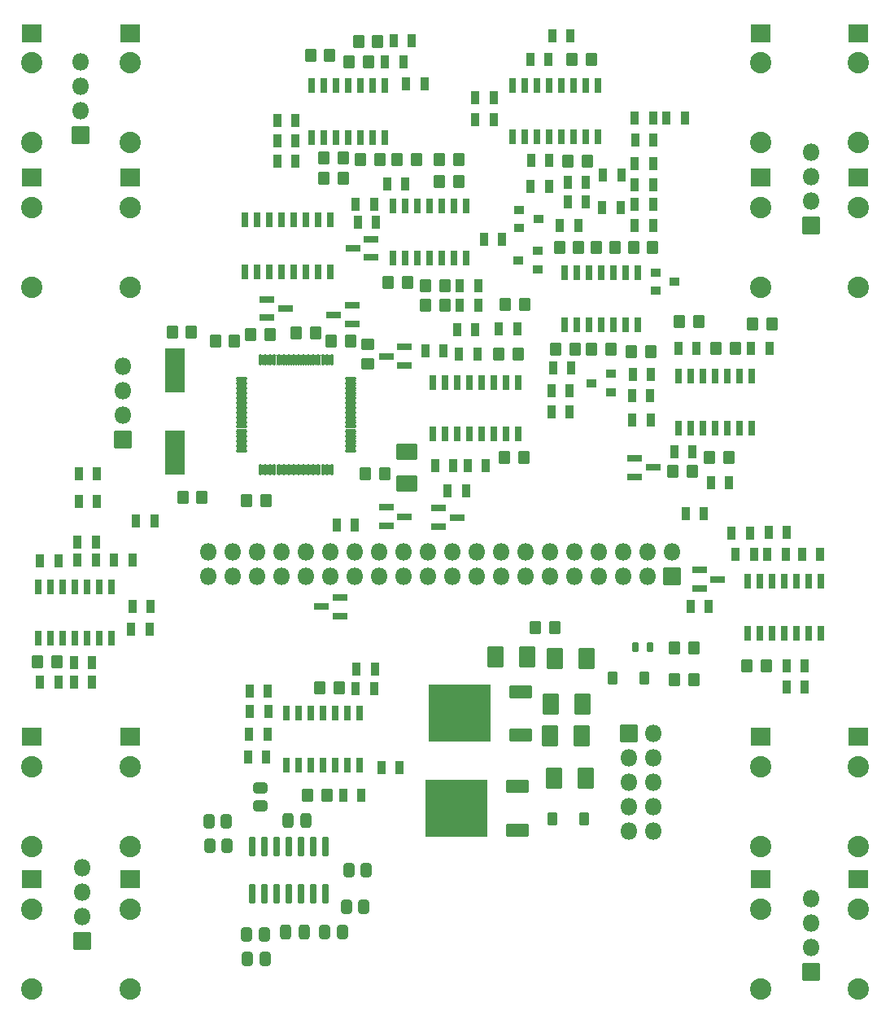
<source format=gbr>
%TF.GenerationSoftware,KiCad,Pcbnew,6.0.6+dfsg-1~bpo11+1*%
%TF.CreationDate,2023-11-30T19:30:28+01:00*%
%TF.ProjectId,touch,746f7563-682e-46b6-9963-61645f706362,rev?*%
%TF.SameCoordinates,Original*%
%TF.FileFunction,Soldermask,Bot*%
%TF.FilePolarity,Negative*%
%FSLAX46Y46*%
G04 Gerber Fmt 4.6, Leading zero omitted, Abs format (unit mm)*
G04 Created by KiCad (PCBNEW 6.0.6+dfsg-1~bpo11+1) date 2023-11-30 19:30:28*
%MOMM*%
%LPD*%
G01*
G04 APERTURE LIST*
G04 Aperture macros list*
%AMRoundRect*
0 Rectangle with rounded corners*
0 $1 Rounding radius*
0 $2 $3 $4 $5 $6 $7 $8 $9 X,Y pos of 4 corners*
0 Add a 4 corners polygon primitive as box body*
4,1,4,$2,$3,$4,$5,$6,$7,$8,$9,$2,$3,0*
0 Add four circle primitives for the rounded corners*
1,1,$1+$1,$2,$3*
1,1,$1+$1,$4,$5*
1,1,$1+$1,$6,$7*
1,1,$1+$1,$8,$9*
0 Add four rect primitives between the rounded corners*
20,1,$1+$1,$2,$3,$4,$5,0*
20,1,$1+$1,$4,$5,$6,$7,0*
20,1,$1+$1,$6,$7,$8,$9,0*
20,1,$1+$1,$8,$9,$2,$3,0*%
G04 Aperture macros list end*
%ADD10RoundRect,0.301000X-0.262500X-0.450000X0.262500X-0.450000X0.262500X0.450000X-0.262500X0.450000X0*%
%ADD11RoundRect,0.201000X-0.150000X0.825000X-0.150000X-0.825000X0.150000X-0.825000X0.150000X0.825000X0*%
%ADD12RoundRect,0.301000X0.450000X-0.262500X0.450000X0.262500X-0.450000X0.262500X-0.450000X-0.262500X0*%
%ADD13RoundRect,0.301000X-0.250000X-0.475000X0.250000X-0.475000X0.250000X0.475000X-0.250000X0.475000X0*%
%ADD14RoundRect,0.051000X-0.850000X-0.850000X0.850000X-0.850000X0.850000X0.850000X-0.850000X0.850000X0*%
%ADD15O,1.802000X1.802000*%
%ADD16RoundRect,0.051000X0.850000X0.850000X-0.850000X0.850000X-0.850000X-0.850000X0.850000X-0.850000X0*%
%ADD17RoundRect,0.051000X0.965000X0.915000X-0.965000X0.915000X-0.965000X-0.915000X0.965000X-0.915000X0*%
%ADD18C,2.232000*%
%ADD19RoundRect,0.051000X-0.762000X-1.016000X0.762000X-1.016000X0.762000X1.016000X-0.762000X1.016000X0*%
%ADD20RoundRect,0.051000X0.762000X1.016000X-0.762000X1.016000X-0.762000X-1.016000X0.762000X-1.016000X0*%
%ADD21RoundRect,0.051000X-0.500000X-0.625000X0.500000X-0.625000X0.500000X0.625000X-0.500000X0.625000X0*%
%ADD22RoundRect,0.051000X0.500000X0.625000X-0.500000X0.625000X-0.500000X-0.625000X0.500000X-0.625000X0*%
%ADD23RoundRect,0.051000X-1.016000X0.762000X-1.016000X-0.762000X1.016000X-0.762000X1.016000X0.762000X0*%
%ADD24RoundRect,0.051000X0.625000X-0.500000X0.625000X0.500000X-0.625000X0.500000X-0.625000X-0.500000X0*%
%ADD25RoundRect,0.051000X0.450000X0.600000X-0.450000X0.600000X-0.450000X-0.600000X0.450000X-0.600000X0*%
%ADD26RoundRect,0.051000X-0.450000X-0.600000X0.450000X-0.600000X0.450000X0.600000X-0.450000X0.600000X0*%
%ADD27RoundRect,0.051000X0.850000X-0.850000X0.850000X0.850000X-0.850000X0.850000X-0.850000X-0.850000X0*%
%ADD28RoundRect,0.051000X-0.250000X-0.450000X0.250000X-0.450000X0.250000X0.450000X-0.250000X0.450000X0*%
%ADD29RoundRect,0.051000X-0.450000X-0.400000X0.450000X-0.400000X0.450000X0.400000X-0.450000X0.400000X0*%
%ADD30RoundRect,0.051000X0.450000X0.400000X-0.450000X0.400000X-0.450000X-0.400000X0.450000X-0.400000X0*%
%ADD31RoundRect,0.051000X-0.350000X-0.650000X0.350000X-0.650000X0.350000X0.650000X-0.350000X0.650000X0*%
%ADD32RoundRect,0.051000X0.350000X0.650000X-0.350000X0.650000X-0.350000X-0.650000X0.350000X-0.650000X0*%
%ADD33RoundRect,0.051000X1.100000X0.600000X-1.100000X0.600000X-1.100000X-0.600000X1.100000X-0.600000X0*%
%ADD34RoundRect,0.051000X3.200000X2.900000X-3.200000X2.900000X-3.200000X-2.900000X3.200000X-2.900000X0*%
%ADD35RoundRect,0.051000X-0.300000X0.750000X-0.300000X-0.750000X0.300000X-0.750000X0.300000X0.750000X0*%
%ADD36RoundRect,0.051000X0.300000X-0.750000X0.300000X0.750000X-0.300000X0.750000X-0.300000X-0.750000X0*%
%ADD37RoundRect,0.051000X-0.125000X0.500000X-0.125000X-0.500000X0.125000X-0.500000X0.125000X0.500000X0*%
%ADD38RoundRect,0.051000X0.500000X0.125000X-0.500000X0.125000X-0.500000X-0.125000X0.500000X-0.125000X0*%
%ADD39RoundRect,0.051000X1.000000X-2.250000X1.000000X2.250000X-1.000000X2.250000X-1.000000X-2.250000X0*%
%ADD40RoundRect,0.201000X0.587500X0.150000X-0.587500X0.150000X-0.587500X-0.150000X0.587500X-0.150000X0*%
%ADD41RoundRect,0.201000X-0.587500X-0.150000X0.587500X-0.150000X0.587500X0.150000X-0.587500X0.150000X0*%
G04 APERTURE END LIST*
D10*
%TO.C,R76*%
X92215000Y-139900000D03*
X94040000Y-139900000D03*
%TD*%
D11*
%TO.C,U12*%
X82430000Y-133565000D03*
X83700000Y-133565000D03*
X84970000Y-133565000D03*
X86240000Y-133565000D03*
X87510000Y-133565000D03*
X88780000Y-133565000D03*
X90050000Y-133565000D03*
X90050000Y-138515000D03*
X88780000Y-138515000D03*
X87510000Y-138515000D03*
X86240000Y-138515000D03*
X84970000Y-138515000D03*
X83700000Y-138515000D03*
X82430000Y-138515000D03*
%TD*%
D10*
%TO.C,R79*%
X81870000Y-142770000D03*
X83695000Y-142770000D03*
%TD*%
%TO.C,R78*%
X89960000Y-142510000D03*
X91785000Y-142510000D03*
%TD*%
%TO.C,R77*%
X81957500Y-145290000D03*
X83782500Y-145290000D03*
%TD*%
%TO.C,R75*%
X92460000Y-136030000D03*
X94285000Y-136030000D03*
%TD*%
%TO.C,R74*%
X78000000Y-133540000D03*
X79825000Y-133540000D03*
%TD*%
D12*
%TO.C,R73*%
X83240000Y-129352500D03*
X83240000Y-127527500D03*
%TD*%
D10*
%TO.C,R72*%
X77925000Y-131010000D03*
X79750000Y-131010000D03*
%TD*%
D13*
%TO.C,C22*%
X85930000Y-142470000D03*
X87830000Y-142470000D03*
%TD*%
%TO.C,C21*%
X86130000Y-130850000D03*
X88030000Y-130850000D03*
%TD*%
D14*
%TO.C,J1*%
X121650000Y-121800000D03*
D15*
X124190000Y-121800000D03*
X121650000Y-124340000D03*
X124190000Y-124340000D03*
X121650000Y-126880000D03*
X124190000Y-126880000D03*
X121650000Y-129420000D03*
X124190000Y-129420000D03*
X121650000Y-131960000D03*
X124190000Y-131960000D03*
%TD*%
D16*
%TO.C,J2*%
X69000000Y-91300000D03*
D15*
X69000000Y-88760000D03*
X69000000Y-86220000D03*
X69000000Y-83680000D03*
%TD*%
D17*
%TO.C,M1*%
X135300000Y-137000000D03*
D18*
X135300000Y-140100000D03*
X135300000Y-148400000D03*
%TD*%
D17*
%TO.C,M2*%
X145500000Y-137000000D03*
D18*
X145500000Y-140100000D03*
X145500000Y-148400000D03*
%TD*%
D17*
%TO.C,M3*%
X145500000Y-122200000D03*
D18*
X145500000Y-125300000D03*
X145500000Y-133600000D03*
%TD*%
D17*
%TO.C,M4*%
X135300000Y-122200000D03*
D18*
X135300000Y-125300000D03*
X135300000Y-133600000D03*
%TD*%
D17*
%TO.C,M5*%
X69700000Y-137000000D03*
D18*
X69700000Y-140100000D03*
X69700000Y-148400000D03*
%TD*%
D17*
%TO.C,M6*%
X59500000Y-137000000D03*
D18*
X59500000Y-140100000D03*
X59500000Y-148400000D03*
%TD*%
D17*
%TO.C,M7*%
X59500000Y-122200000D03*
D18*
X59500000Y-125300000D03*
X59500000Y-133600000D03*
%TD*%
D17*
%TO.C,M8*%
X69700000Y-122200000D03*
D18*
X69700000Y-125300000D03*
X69700000Y-133600000D03*
%TD*%
D17*
%TO.C,M9*%
X69700000Y-49000000D03*
D18*
X69700000Y-52100000D03*
X69700000Y-60400000D03*
%TD*%
D17*
%TO.C,M10*%
X59500000Y-49000000D03*
D18*
X59500000Y-52100000D03*
X59500000Y-60400000D03*
%TD*%
D17*
%TO.C,M11*%
X59500000Y-64000000D03*
D18*
X59500000Y-67100000D03*
X59500000Y-75400000D03*
%TD*%
D17*
%TO.C,M12*%
X69700000Y-64000000D03*
D18*
X69700000Y-67100000D03*
X69700000Y-75400000D03*
%TD*%
D17*
%TO.C,M13*%
X135300000Y-49000000D03*
D18*
X135300000Y-52100000D03*
X135300000Y-60400000D03*
%TD*%
D17*
%TO.C,M14*%
X145500000Y-49000000D03*
D18*
X145500000Y-52100000D03*
X145500000Y-60400000D03*
%TD*%
D17*
%TO.C,M15*%
X145500000Y-64000000D03*
D18*
X145500000Y-67100000D03*
X145500000Y-75400000D03*
%TD*%
D17*
%TO.C,M16*%
X135300000Y-64000000D03*
D18*
X135300000Y-67100000D03*
X135300000Y-75400000D03*
%TD*%
D19*
%TO.C,C1*%
X113519000Y-118740000D03*
X116821000Y-118740000D03*
%TD*%
D20*
%TO.C,C2*%
X116701000Y-122050000D03*
X113399000Y-122050000D03*
%TD*%
D19*
%TO.C,C3*%
X107699000Y-113900000D03*
X111001000Y-113900000D03*
%TD*%
D21*
%TO.C,C4*%
X111900000Y-110850000D03*
X113900000Y-110850000D03*
%TD*%
D19*
%TO.C,C5*%
X113799000Y-126500000D03*
X117101000Y-126500000D03*
%TD*%
D22*
%TO.C,C6*%
X128400000Y-116200000D03*
X126400000Y-116200000D03*
%TD*%
D20*
%TO.C,C7*%
X117201000Y-114050000D03*
X113899000Y-114050000D03*
%TD*%
D21*
%TO.C,C8*%
X126400000Y-112900000D03*
X128400000Y-112900000D03*
%TD*%
D22*
%TO.C,C9*%
X99530000Y-62120000D03*
X97530000Y-62120000D03*
%TD*%
%TO.C,C10*%
X91900000Y-64100000D03*
X89900000Y-64100000D03*
%TD*%
%TO.C,C11*%
X90500000Y-51300000D03*
X88500000Y-51300000D03*
%TD*%
D21*
%TO.C,C12*%
X93700000Y-62100000D03*
X95700000Y-62100000D03*
%TD*%
%TO.C,C13*%
X101900000Y-62100000D03*
X103900000Y-62100000D03*
%TD*%
D22*
%TO.C,C14*%
X98600000Y-74900000D03*
X96600000Y-74900000D03*
%TD*%
D21*
%TO.C,C15*%
X93500000Y-49900000D03*
X95500000Y-49900000D03*
%TD*%
%TO.C,C16*%
X100500000Y-77300000D03*
X102500000Y-77300000D03*
%TD*%
%TO.C,C17*%
X122100000Y-71300000D03*
X124100000Y-71300000D03*
%TD*%
D22*
%TO.C,C18*%
X116010000Y-81890000D03*
X114010000Y-81890000D03*
%TD*%
%TO.C,C19*%
X116400000Y-71300000D03*
X114400000Y-71300000D03*
%TD*%
D21*
%TO.C,C20*%
X121900000Y-82100000D03*
X123900000Y-82100000D03*
%TD*%
%TO.C,C25*%
X134500000Y-79200000D03*
X136500000Y-79200000D03*
%TD*%
D22*
%TO.C,C26*%
X128200000Y-94600000D03*
X126200000Y-94600000D03*
%TD*%
%TO.C,C27*%
X128900000Y-79000000D03*
X126900000Y-79000000D03*
%TD*%
D21*
%TO.C,C28*%
X108750000Y-77190000D03*
X110750000Y-77190000D03*
%TD*%
%TO.C,C29*%
X74100000Y-80100000D03*
X76100000Y-80100000D03*
%TD*%
%TO.C,C30*%
X75200000Y-97300000D03*
X77200000Y-97300000D03*
%TD*%
%TO.C,C31*%
X87000000Y-80200000D03*
X89000000Y-80200000D03*
%TD*%
D23*
%TO.C,C32*%
X98470000Y-92569000D03*
X98470000Y-95871000D03*
%TD*%
D21*
%TO.C,C33*%
X90630000Y-80980000D03*
X92630000Y-80980000D03*
%TD*%
%TO.C,C34*%
X82280000Y-80310000D03*
X84280000Y-80310000D03*
%TD*%
D24*
%TO.C,C35*%
X94450000Y-83390000D03*
X94450000Y-81390000D03*
%TD*%
D21*
%TO.C,C36*%
X94220000Y-94830000D03*
X96220000Y-94830000D03*
%TD*%
%TO.C,C37*%
X81825000Y-97600000D03*
X83825000Y-97600000D03*
%TD*%
D22*
%TO.C,C38*%
X80600000Y-81000000D03*
X78600000Y-81000000D03*
%TD*%
D21*
%TO.C,C49*%
X92500000Y-52000000D03*
X94500000Y-52000000D03*
%TD*%
%TO.C,C50*%
X101900000Y-64400000D03*
X103900000Y-64400000D03*
%TD*%
D22*
%TO.C,C51*%
X91900000Y-62000000D03*
X89900000Y-62000000D03*
%TD*%
D21*
%TO.C,C52*%
X100500000Y-75300000D03*
X102500000Y-75300000D03*
%TD*%
%TO.C,C53*%
X130000000Y-93100000D03*
X132000000Y-93100000D03*
%TD*%
%TO.C,C54*%
X117740000Y-81890000D03*
X119740000Y-81890000D03*
%TD*%
%TO.C,C55*%
X115300000Y-62300000D03*
X117300000Y-62300000D03*
%TD*%
%TO.C,C56*%
X108690000Y-93130000D03*
X110690000Y-93130000D03*
%TD*%
%TO.C,C57*%
X130700000Y-81800000D03*
X132700000Y-81800000D03*
%TD*%
%TO.C,C58*%
X118200000Y-71300000D03*
X120200000Y-71300000D03*
%TD*%
%TO.C,C59*%
X115700000Y-51700000D03*
X117700000Y-51700000D03*
%TD*%
%TO.C,C60*%
X108100000Y-82400000D03*
X110100000Y-82400000D03*
%TD*%
D22*
%TO.C,C63*%
X90200000Y-128300000D03*
X88200000Y-128300000D03*
%TD*%
D21*
%TO.C,C64*%
X89450000Y-117100000D03*
X91450000Y-117100000D03*
%TD*%
%TO.C,C65*%
X60100000Y-114400000D03*
X62100000Y-114400000D03*
%TD*%
%TO.C,C66*%
X133900000Y-114800000D03*
X135900000Y-114800000D03*
%TD*%
D25*
%TO.C,D1*%
X116950000Y-130700000D03*
X113650000Y-130700000D03*
%TD*%
D26*
%TO.C,D2*%
X119900000Y-116100000D03*
X123200000Y-116100000D03*
%TD*%
D27*
%TO.C,J3*%
X126100000Y-105500000D03*
D15*
X126100000Y-102960000D03*
X123560000Y-105500000D03*
X123560000Y-102960000D03*
X121020000Y-105500000D03*
X121020000Y-102960000D03*
X118480000Y-105500000D03*
X118480000Y-102960000D03*
X115940000Y-105500000D03*
X115940000Y-102960000D03*
X113400000Y-105500000D03*
X113400000Y-102960000D03*
X110860000Y-105500000D03*
X110860000Y-102960000D03*
X108320000Y-105500000D03*
X108320000Y-102960000D03*
X105780000Y-105500000D03*
X105780000Y-102960000D03*
X103240000Y-105500000D03*
X103240000Y-102960000D03*
X100700000Y-105500000D03*
X100700000Y-102960000D03*
X98160000Y-105500000D03*
X98160000Y-102960000D03*
X95620000Y-105500000D03*
X95620000Y-102960000D03*
X93080000Y-105500000D03*
X93080000Y-102960000D03*
X90540000Y-105500000D03*
X90540000Y-102960000D03*
X88000000Y-105500000D03*
X88000000Y-102960000D03*
X85460000Y-105500000D03*
X85460000Y-102960000D03*
X82920000Y-105500000D03*
X82920000Y-102960000D03*
X80380000Y-105500000D03*
X80380000Y-102960000D03*
X77840000Y-105500000D03*
X77840000Y-102960000D03*
%TD*%
D28*
%TO.C,L1*%
X122290000Y-112820000D03*
X123790000Y-112820000D03*
%TD*%
D29*
%TO.C,Q1*%
X124380000Y-75770000D03*
X124380000Y-73870000D03*
X126380000Y-74820000D03*
%TD*%
D30*
%TO.C,Q2*%
X112100000Y-71650000D03*
X112100000Y-73550000D03*
X110100000Y-72600000D03*
%TD*%
D29*
%TO.C,Q3*%
X110200000Y-69250000D03*
X110200000Y-67350000D03*
X112200000Y-68300000D03*
%TD*%
D30*
%TO.C,Q4*%
X119740000Y-84440000D03*
X119740000Y-86340000D03*
X117740000Y-85390000D03*
%TD*%
D31*
%TO.C,R1*%
X93390000Y-68680000D03*
X95290000Y-68680000D03*
%TD*%
%TO.C,R2*%
X96450000Y-64700000D03*
X98350000Y-64700000D03*
%TD*%
%TO.C,R3*%
X93190000Y-66780000D03*
X95090000Y-66780000D03*
%TD*%
%TO.C,R4*%
X97150000Y-49800000D03*
X99050000Y-49800000D03*
%TD*%
D32*
%TO.C,R5*%
X98150000Y-52000000D03*
X96250000Y-52000000D03*
%TD*%
%TO.C,R6*%
X100350000Y-54300000D03*
X98450000Y-54300000D03*
%TD*%
D31*
%TO.C,R7*%
X122250000Y-66800000D03*
X124150000Y-66800000D03*
%TD*%
D32*
%TO.C,R8*%
X115650000Y-83800000D03*
X113750000Y-83800000D03*
%TD*%
%TO.C,R9*%
X117150000Y-66500000D03*
X115250000Y-66500000D03*
%TD*%
D31*
%TO.C,R10*%
X122050000Y-84500000D03*
X123950000Y-84500000D03*
%TD*%
D32*
%TO.C,R11*%
X124150000Y-69000000D03*
X122250000Y-69000000D03*
%TD*%
D31*
%TO.C,R12*%
X113550000Y-86200000D03*
X115450000Y-86200000D03*
%TD*%
%TO.C,R13*%
X114450000Y-69000000D03*
X116350000Y-69000000D03*
%TD*%
%TO.C,R14*%
X121950000Y-86700000D03*
X123850000Y-86700000D03*
%TD*%
%TO.C,R15*%
X122240000Y-62550000D03*
X124140000Y-62550000D03*
%TD*%
D32*
%TO.C,R16*%
X115450000Y-88400000D03*
X113550000Y-88400000D03*
%TD*%
%TO.C,R17*%
X117150000Y-64500000D03*
X115250000Y-64500000D03*
%TD*%
%TO.C,R18*%
X123890000Y-89270000D03*
X121990000Y-89270000D03*
%TD*%
D31*
%TO.C,R19*%
X111350000Y-51700000D03*
X113250000Y-51700000D03*
%TD*%
%TO.C,R20*%
X111450000Y-62200000D03*
X113350000Y-62200000D03*
%TD*%
D32*
%TO.C,R21*%
X106750000Y-94000000D03*
X104850000Y-94000000D03*
%TD*%
D31*
%TO.C,R22*%
X103950000Y-82400000D03*
X105850000Y-82400000D03*
%TD*%
D32*
%TO.C,R23*%
X136250000Y-81800000D03*
X134350000Y-81800000D03*
%TD*%
D31*
%TO.C,R24*%
X126350000Y-92500000D03*
X128250000Y-92500000D03*
%TD*%
%TO.C,R25*%
X126750000Y-81800000D03*
X128650000Y-81800000D03*
%TD*%
D32*
%TO.C,R26*%
X110000000Y-79710000D03*
X108100000Y-79710000D03*
%TD*%
D31*
%TO.C,R27*%
X95850000Y-125350000D03*
X97750000Y-125350000D03*
%TD*%
D32*
%TO.C,R28*%
X93800000Y-128300000D03*
X91900000Y-128300000D03*
%TD*%
%TO.C,R29*%
X62250000Y-103900000D03*
X60350000Y-103900000D03*
%TD*%
%TO.C,R30*%
X66150000Y-103800000D03*
X64250000Y-103800000D03*
%TD*%
%TO.C,R31*%
X66150000Y-101900000D03*
X64250000Y-101900000D03*
%TD*%
D31*
%TO.C,R32*%
X63850000Y-114500000D03*
X65750000Y-114500000D03*
%TD*%
%TO.C,R33*%
X63850000Y-116500000D03*
X65750000Y-116500000D03*
%TD*%
D32*
%TO.C,R34*%
X62250000Y-116500000D03*
X60350000Y-116500000D03*
%TD*%
%TO.C,R35*%
X66250000Y-94800000D03*
X64350000Y-94800000D03*
%TD*%
%TO.C,R36*%
X66250000Y-97700000D03*
X64350000Y-97700000D03*
%TD*%
%TO.C,R37*%
X72250000Y-99700000D03*
X70350000Y-99700000D03*
%TD*%
%TO.C,R38*%
X71750000Y-111000000D03*
X69850000Y-111000000D03*
%TD*%
%TO.C,R39*%
X71850000Y-108600000D03*
X69950000Y-108600000D03*
%TD*%
%TO.C,R40*%
X69950000Y-103800000D03*
X68050000Y-103800000D03*
%TD*%
%TO.C,R41*%
X134650000Y-103200000D03*
X132750000Y-103200000D03*
%TD*%
D31*
%TO.C,R42*%
X136050000Y-103200000D03*
X137950000Y-103200000D03*
%TD*%
D32*
%TO.C,R43*%
X141550000Y-103200000D03*
X139650000Y-103200000D03*
%TD*%
D31*
%TO.C,R44*%
X138050000Y-114800000D03*
X139950000Y-114800000D03*
%TD*%
%TO.C,R45*%
X138050000Y-117000000D03*
X139950000Y-117000000D03*
%TD*%
%TO.C,R47*%
X132330000Y-101010000D03*
X134230000Y-101010000D03*
%TD*%
%TO.C,R48*%
X136150000Y-100940000D03*
X138050000Y-100940000D03*
%TD*%
%TO.C,R49*%
X130170000Y-95770000D03*
X132070000Y-95770000D03*
%TD*%
%TO.C,R50*%
X127520000Y-98960000D03*
X129420000Y-98960000D03*
%TD*%
%TO.C,R51*%
X128020000Y-108610000D03*
X129920000Y-108610000D03*
%TD*%
D32*
%TO.C,R53*%
X102320000Y-82070000D03*
X100420000Y-82070000D03*
%TD*%
D31*
%TO.C,R54*%
X103750000Y-79800000D03*
X105650000Y-79800000D03*
%TD*%
D32*
%TO.C,R55*%
X107550000Y-55700000D03*
X105650000Y-55700000D03*
%TD*%
%TO.C,R56*%
X115550000Y-49300000D03*
X113650000Y-49300000D03*
%TD*%
%TO.C,R57*%
X107550000Y-58000000D03*
X105650000Y-58000000D03*
%TD*%
%TO.C,R58*%
X103350000Y-94000000D03*
X101450000Y-94000000D03*
%TD*%
D31*
%TO.C,R59*%
X111400000Y-64960000D03*
X113300000Y-64960000D03*
%TD*%
%TO.C,R60*%
X102750000Y-96600000D03*
X104650000Y-96600000D03*
%TD*%
%TO.C,R61*%
X85050000Y-58100000D03*
X86950000Y-58100000D03*
%TD*%
D32*
%TO.C,R62*%
X86950000Y-60200000D03*
X85050000Y-60200000D03*
%TD*%
D31*
%TO.C,R63*%
X85050000Y-62300000D03*
X86950000Y-62300000D03*
%TD*%
%TO.C,R64*%
X104050000Y-77300000D03*
X105950000Y-77300000D03*
%TD*%
D32*
%TO.C,R65*%
X105950000Y-75300000D03*
X104050000Y-75300000D03*
%TD*%
%TO.C,R66*%
X108450000Y-70400000D03*
X106550000Y-70400000D03*
%TD*%
%TO.C,R85*%
X83900000Y-124250000D03*
X82000000Y-124250000D03*
%TD*%
D31*
%TO.C,R86*%
X82100000Y-121950000D03*
X84000000Y-121950000D03*
%TD*%
%TO.C,R87*%
X82150000Y-117450000D03*
X84050000Y-117450000D03*
%TD*%
%TO.C,R88*%
X93200000Y-117150000D03*
X95100000Y-117150000D03*
%TD*%
D32*
%TO.C,R89*%
X84100000Y-119500000D03*
X82200000Y-119500000D03*
%TD*%
%TO.C,R90*%
X95200000Y-115100000D03*
X93300000Y-115100000D03*
%TD*%
D33*
%TO.C,U1*%
X110350000Y-117470000D03*
D34*
X104050000Y-119750000D03*
D33*
X110350000Y-122030000D03*
%TD*%
%TO.C,U2*%
X110000000Y-127370000D03*
D34*
X103700000Y-129650000D03*
D33*
X110000000Y-131930000D03*
%TD*%
D35*
%TO.C,U3*%
X97090000Y-67000000D03*
X98360000Y-67000000D03*
X99630000Y-67000000D03*
X100900000Y-67000000D03*
X102170000Y-67000000D03*
X103440000Y-67000000D03*
X104710000Y-67000000D03*
X104710000Y-72400000D03*
X103440000Y-72400000D03*
X102170000Y-72400000D03*
X100900000Y-72400000D03*
X99630000Y-72400000D03*
X98360000Y-72400000D03*
X97090000Y-72400000D03*
%TD*%
%TO.C,U4*%
X88640000Y-54450000D03*
X89910000Y-54450000D03*
X91180000Y-54450000D03*
X92450000Y-54450000D03*
X93720000Y-54450000D03*
X94990000Y-54450000D03*
X96260000Y-54450000D03*
X96260000Y-59850000D03*
X94990000Y-59850000D03*
X93720000Y-59850000D03*
X92450000Y-59850000D03*
X91180000Y-59850000D03*
X89910000Y-59850000D03*
X88640000Y-59850000D03*
%TD*%
D36*
%TO.C,U5*%
X122560000Y-79300000D03*
X121290000Y-79300000D03*
X120020000Y-79300000D03*
X118750000Y-79300000D03*
X117480000Y-79300000D03*
X116210000Y-79300000D03*
X114940000Y-79300000D03*
X114940000Y-73900000D03*
X116210000Y-73900000D03*
X117480000Y-73900000D03*
X118750000Y-73900000D03*
X120020000Y-73900000D03*
X121290000Y-73900000D03*
X122560000Y-73900000D03*
%TD*%
D35*
%TO.C,U6*%
X81655000Y-68400000D03*
X82925000Y-68400000D03*
X84195000Y-68400000D03*
X85465000Y-68400000D03*
X86735000Y-68400000D03*
X88005000Y-68400000D03*
X89275000Y-68400000D03*
X90545000Y-68400000D03*
X90545000Y-73800000D03*
X89275000Y-73800000D03*
X88005000Y-73800000D03*
X86735000Y-73800000D03*
X85465000Y-73800000D03*
X84195000Y-73800000D03*
X82925000Y-73800000D03*
X81655000Y-73800000D03*
%TD*%
%TO.C,U7*%
X109555000Y-54400000D03*
X110825000Y-54400000D03*
X112095000Y-54400000D03*
X113365000Y-54400000D03*
X114635000Y-54400000D03*
X115905000Y-54400000D03*
X117175000Y-54400000D03*
X118445000Y-54400000D03*
X118445000Y-59800000D03*
X117175000Y-59800000D03*
X115905000Y-59800000D03*
X114635000Y-59800000D03*
X113365000Y-59800000D03*
X112095000Y-59800000D03*
X110825000Y-59800000D03*
X109555000Y-59800000D03*
%TD*%
%TO.C,U8*%
X101255000Y-85300000D03*
X102525000Y-85300000D03*
X103795000Y-85300000D03*
X105065000Y-85300000D03*
X106335000Y-85300000D03*
X107605000Y-85300000D03*
X108875000Y-85300000D03*
X110145000Y-85300000D03*
X110145000Y-90700000D03*
X108875000Y-90700000D03*
X107605000Y-90700000D03*
X106335000Y-90700000D03*
X105065000Y-90700000D03*
X103795000Y-90700000D03*
X102525000Y-90700000D03*
X101255000Y-90700000D03*
%TD*%
D36*
%TO.C,U9*%
X134410000Y-90100000D03*
X133140000Y-90100000D03*
X131870000Y-90100000D03*
X130600000Y-90100000D03*
X129330000Y-90100000D03*
X128060000Y-90100000D03*
X126790000Y-90100000D03*
X126790000Y-84700000D03*
X128060000Y-84700000D03*
X129330000Y-84700000D03*
X130600000Y-84700000D03*
X131870000Y-84700000D03*
X133140000Y-84700000D03*
X134410000Y-84700000D03*
%TD*%
%TO.C,U10*%
X93610000Y-125150000D03*
X92340000Y-125150000D03*
X91070000Y-125150000D03*
X89800000Y-125150000D03*
X88530000Y-125150000D03*
X87260000Y-125150000D03*
X85990000Y-125150000D03*
X85990000Y-119750000D03*
X87260000Y-119750000D03*
X88530000Y-119750000D03*
X89800000Y-119750000D03*
X91070000Y-119750000D03*
X92340000Y-119750000D03*
X93610000Y-119750000D03*
%TD*%
D37*
%TO.C,U11*%
X83250000Y-83000000D03*
X83750000Y-83000000D03*
X84250000Y-83000000D03*
X84750000Y-83000000D03*
X85250000Y-83000000D03*
X85750000Y-83000000D03*
X86250000Y-83000000D03*
X86750000Y-83000000D03*
X87250000Y-83000000D03*
X87750000Y-83000000D03*
X88250000Y-83000000D03*
X88750000Y-83000000D03*
X89250000Y-83000000D03*
X89750000Y-83000000D03*
X90250000Y-83000000D03*
X90750000Y-83000000D03*
D38*
X92700000Y-84950000D03*
X92700000Y-85450000D03*
X92700000Y-85950000D03*
X92700000Y-86450000D03*
X92700000Y-86950000D03*
X92700000Y-87450000D03*
X92700000Y-87950000D03*
X92700000Y-88450000D03*
X92700000Y-88950000D03*
X92700000Y-89450000D03*
X92700000Y-89950000D03*
X92700000Y-90450000D03*
X92700000Y-90950000D03*
X92700000Y-91450000D03*
X92700000Y-91950000D03*
X92700000Y-92450000D03*
D37*
X90750000Y-94400000D03*
X90250000Y-94400000D03*
X89750000Y-94400000D03*
X89250000Y-94400000D03*
X88750000Y-94400000D03*
X88250000Y-94400000D03*
X87750000Y-94400000D03*
X87250000Y-94400000D03*
X86750000Y-94400000D03*
X86250000Y-94400000D03*
X85750000Y-94400000D03*
X85250000Y-94400000D03*
X84750000Y-94400000D03*
X84250000Y-94400000D03*
X83750000Y-94400000D03*
X83250000Y-94400000D03*
D38*
X81300000Y-92450000D03*
X81300000Y-91950000D03*
X81300000Y-91450000D03*
X81300000Y-90950000D03*
X81300000Y-90450000D03*
X81300000Y-89950000D03*
X81300000Y-89450000D03*
X81300000Y-88950000D03*
X81300000Y-88450000D03*
X81300000Y-87950000D03*
X81300000Y-87450000D03*
X81300000Y-86950000D03*
X81300000Y-86450000D03*
X81300000Y-85950000D03*
X81300000Y-85450000D03*
X81300000Y-84950000D03*
%TD*%
D35*
%TO.C,U13*%
X60190000Y-106550000D03*
X61460000Y-106550000D03*
X62730000Y-106550000D03*
X64000000Y-106550000D03*
X65270000Y-106550000D03*
X66540000Y-106550000D03*
X67810000Y-106550000D03*
X67810000Y-111950000D03*
X66540000Y-111950000D03*
X65270000Y-111950000D03*
X64000000Y-111950000D03*
X62730000Y-111950000D03*
X61460000Y-111950000D03*
X60190000Y-111950000D03*
%TD*%
%TO.C,U14*%
X133990000Y-106000000D03*
X135260000Y-106000000D03*
X136530000Y-106000000D03*
X137800000Y-106000000D03*
X139070000Y-106000000D03*
X140340000Y-106000000D03*
X141610000Y-106000000D03*
X141610000Y-111400000D03*
X140340000Y-111400000D03*
X139070000Y-111400000D03*
X137800000Y-111400000D03*
X136530000Y-111400000D03*
X135260000Y-111400000D03*
X133990000Y-111400000D03*
%TD*%
D39*
%TO.C,Y1*%
X74400000Y-92600000D03*
X74400000Y-84100000D03*
%TD*%
D31*
%TO.C,R46*%
X125540000Y-57820000D03*
X127440000Y-57820000D03*
%TD*%
%TO.C,R52*%
X122230000Y-57820000D03*
X124130000Y-57820000D03*
%TD*%
%TO.C,R67*%
X122230000Y-64770000D03*
X124130000Y-64770000D03*
%TD*%
%TO.C,R68*%
X122270000Y-60100000D03*
X124170000Y-60100000D03*
%TD*%
%TO.C,R69*%
X118840000Y-67100000D03*
X120740000Y-67100000D03*
%TD*%
%TO.C,R70*%
X118930000Y-63770000D03*
X120830000Y-63770000D03*
%TD*%
D14*
%TO.C,J4*%
X140550000Y-146670000D03*
D15*
X140550000Y-144130000D03*
X140550000Y-141590000D03*
X140550000Y-139050000D03*
%TD*%
D14*
%TO.C,J5*%
X64570000Y-59570000D03*
D15*
X64570000Y-57030000D03*
X64570000Y-54490000D03*
X64570000Y-51950000D03*
%TD*%
D14*
%TO.C,J6*%
X64730000Y-143410000D03*
D15*
X64730000Y-140870000D03*
X64730000Y-138330000D03*
X64730000Y-135790000D03*
%TD*%
D14*
%TO.C,J7*%
X140570000Y-68980000D03*
D15*
X140570000Y-66440000D03*
X140570000Y-63900000D03*
X140570000Y-61360000D03*
%TD*%
D32*
%TO.C,R71*%
X93110000Y-100130000D03*
X91210000Y-100130000D03*
%TD*%
D40*
%TO.C,D8*%
X92797500Y-77330000D03*
X92797500Y-79230000D03*
X90922500Y-78280000D03*
%TD*%
%TO.C,D6*%
X91527500Y-107710000D03*
X91527500Y-109610000D03*
X89652500Y-108660000D03*
%TD*%
D41*
%TO.C,D3*%
X96385000Y-100220000D03*
X96385000Y-98320000D03*
X98260000Y-99270000D03*
%TD*%
D40*
%TO.C,D4*%
X94760000Y-70440000D03*
X94760000Y-72340000D03*
X92885000Y-71390000D03*
%TD*%
D41*
%TO.C,D5*%
X83982500Y-78570000D03*
X83982500Y-76670000D03*
X85857500Y-77620000D03*
%TD*%
%TO.C,D11*%
X122252500Y-95130000D03*
X122252500Y-93230000D03*
X124127500Y-94180000D03*
%TD*%
%TO.C,D9*%
X128952500Y-106750000D03*
X128952500Y-104850000D03*
X130827500Y-105800000D03*
%TD*%
%TO.C,D7*%
X101852500Y-100310000D03*
X101852500Y-98410000D03*
X103727500Y-99360000D03*
%TD*%
D40*
%TO.C,D10*%
X98227500Y-81640000D03*
X98227500Y-83540000D03*
X96352500Y-82590000D03*
%TD*%
G36*
X85415660Y-93867493D02*
G01*
X85429452Y-93876709D01*
X85430615Y-93874969D01*
X85432409Y-93874084D01*
X85433560Y-93874545D01*
X85450952Y-93889078D01*
X85519670Y-93897704D01*
X85567288Y-93874918D01*
X85569282Y-93875072D01*
X85569814Y-93875611D01*
X85570548Y-93876709D01*
X85584340Y-93867493D01*
X85586336Y-93867362D01*
X85587447Y-93869025D01*
X85587114Y-93870267D01*
X85579767Y-93881262D01*
X85576000Y-93900199D01*
X85576000Y-94899801D01*
X85579767Y-94918738D01*
X85587114Y-94929733D01*
X85587245Y-94931729D01*
X85585582Y-94932840D01*
X85584340Y-94932507D01*
X85570548Y-94923291D01*
X85569385Y-94925031D01*
X85567591Y-94925916D01*
X85566440Y-94925455D01*
X85549048Y-94910922D01*
X85480330Y-94902296D01*
X85432712Y-94925082D01*
X85430718Y-94924928D01*
X85430186Y-94924389D01*
X85429452Y-94923291D01*
X85415660Y-94932507D01*
X85413664Y-94932638D01*
X85412553Y-94930975D01*
X85412886Y-94929733D01*
X85420233Y-94918738D01*
X85424000Y-94899801D01*
X85424000Y-93900199D01*
X85420233Y-93881262D01*
X85412886Y-93870267D01*
X85412755Y-93868271D01*
X85414418Y-93867160D01*
X85415660Y-93867493D01*
G37*
G36*
X88915660Y-93867493D02*
G01*
X88929452Y-93876709D01*
X88930615Y-93874969D01*
X88932409Y-93874084D01*
X88933560Y-93874545D01*
X88950952Y-93889078D01*
X89019670Y-93897704D01*
X89067288Y-93874918D01*
X89069282Y-93875072D01*
X89069814Y-93875611D01*
X89070548Y-93876709D01*
X89084340Y-93867493D01*
X89086336Y-93867362D01*
X89087447Y-93869025D01*
X89087114Y-93870267D01*
X89079767Y-93881262D01*
X89076000Y-93900199D01*
X89076000Y-94899801D01*
X89079767Y-94918738D01*
X89087114Y-94929733D01*
X89087245Y-94931729D01*
X89085582Y-94932840D01*
X89084340Y-94932507D01*
X89070548Y-94923291D01*
X89069385Y-94925031D01*
X89067591Y-94925916D01*
X89066440Y-94925455D01*
X89049048Y-94910922D01*
X88980330Y-94902296D01*
X88932712Y-94925082D01*
X88930718Y-94924928D01*
X88930186Y-94924389D01*
X88929452Y-94923291D01*
X88915660Y-94932507D01*
X88913664Y-94932638D01*
X88912553Y-94930975D01*
X88912886Y-94929733D01*
X88920233Y-94918738D01*
X88924000Y-94899801D01*
X88924000Y-93900199D01*
X88920233Y-93881262D01*
X88912886Y-93870267D01*
X88912755Y-93868271D01*
X88914418Y-93867160D01*
X88915660Y-93867493D01*
G37*
G36*
X87915660Y-93867493D02*
G01*
X87929452Y-93876709D01*
X87930615Y-93874969D01*
X87932409Y-93874084D01*
X87933560Y-93874545D01*
X87950952Y-93889078D01*
X88019670Y-93897704D01*
X88067288Y-93874918D01*
X88069282Y-93875072D01*
X88069814Y-93875611D01*
X88070548Y-93876709D01*
X88084340Y-93867493D01*
X88086336Y-93867362D01*
X88087447Y-93869025D01*
X88087114Y-93870267D01*
X88079767Y-93881262D01*
X88076000Y-93900199D01*
X88076000Y-94899801D01*
X88079767Y-94918738D01*
X88087114Y-94929733D01*
X88087245Y-94931729D01*
X88085582Y-94932840D01*
X88084340Y-94932507D01*
X88070548Y-94923291D01*
X88069385Y-94925031D01*
X88067591Y-94925916D01*
X88066440Y-94925455D01*
X88049048Y-94910922D01*
X87980330Y-94902296D01*
X87932712Y-94925082D01*
X87930718Y-94924928D01*
X87930186Y-94924389D01*
X87929452Y-94923291D01*
X87915660Y-94932507D01*
X87913664Y-94932638D01*
X87912553Y-94930975D01*
X87912886Y-94929733D01*
X87920233Y-94918738D01*
X87924000Y-94899801D01*
X87924000Y-93900199D01*
X87920233Y-93881262D01*
X87912886Y-93870267D01*
X87912755Y-93868271D01*
X87914418Y-93867160D01*
X87915660Y-93867493D01*
G37*
G36*
X89415660Y-93867493D02*
G01*
X89429452Y-93876709D01*
X89430615Y-93874969D01*
X89432409Y-93874084D01*
X89433560Y-93874545D01*
X89450952Y-93889078D01*
X89519670Y-93897704D01*
X89567288Y-93874918D01*
X89569282Y-93875072D01*
X89569814Y-93875611D01*
X89570548Y-93876709D01*
X89584340Y-93867493D01*
X89586336Y-93867362D01*
X89587447Y-93869025D01*
X89587114Y-93870267D01*
X89579767Y-93881262D01*
X89576000Y-93900199D01*
X89576000Y-94899801D01*
X89579767Y-94918738D01*
X89587114Y-94929733D01*
X89587245Y-94931729D01*
X89585582Y-94932840D01*
X89584340Y-94932507D01*
X89570548Y-94923291D01*
X89569385Y-94925031D01*
X89567591Y-94925916D01*
X89566440Y-94925455D01*
X89549048Y-94910922D01*
X89480330Y-94902296D01*
X89432712Y-94925082D01*
X89430718Y-94924928D01*
X89430186Y-94924389D01*
X89429452Y-94923291D01*
X89415660Y-94932507D01*
X89413664Y-94932638D01*
X89412553Y-94930975D01*
X89412886Y-94929733D01*
X89420233Y-94918738D01*
X89424000Y-94899801D01*
X89424000Y-93900199D01*
X89420233Y-93881262D01*
X89412886Y-93870267D01*
X89412755Y-93868271D01*
X89414418Y-93867160D01*
X89415660Y-93867493D01*
G37*
G36*
X90415660Y-93867493D02*
G01*
X90429452Y-93876709D01*
X90430615Y-93874969D01*
X90432409Y-93874084D01*
X90433560Y-93874545D01*
X90450952Y-93889078D01*
X90519670Y-93897704D01*
X90567288Y-93874918D01*
X90569282Y-93875072D01*
X90569814Y-93875611D01*
X90570548Y-93876709D01*
X90584340Y-93867493D01*
X90586336Y-93867362D01*
X90587447Y-93869025D01*
X90587114Y-93870267D01*
X90579767Y-93881262D01*
X90576000Y-93900199D01*
X90576000Y-94899801D01*
X90579767Y-94918738D01*
X90587114Y-94929733D01*
X90587245Y-94931729D01*
X90585582Y-94932840D01*
X90584340Y-94932507D01*
X90570548Y-94923291D01*
X90569385Y-94925031D01*
X90567591Y-94925916D01*
X90566440Y-94925455D01*
X90549048Y-94910922D01*
X90480330Y-94902296D01*
X90432712Y-94925082D01*
X90430718Y-94924928D01*
X90430186Y-94924389D01*
X90429452Y-94923291D01*
X90415660Y-94932507D01*
X90413664Y-94932638D01*
X90412553Y-94930975D01*
X90412886Y-94929733D01*
X90420233Y-94918738D01*
X90424000Y-94899801D01*
X90424000Y-93900199D01*
X90420233Y-93881262D01*
X90412886Y-93870267D01*
X90412755Y-93868271D01*
X90414418Y-93867160D01*
X90415660Y-93867493D01*
G37*
G36*
X88415660Y-93867493D02*
G01*
X88429452Y-93876709D01*
X88430615Y-93874969D01*
X88432409Y-93874084D01*
X88433560Y-93874545D01*
X88450952Y-93889078D01*
X88519670Y-93897704D01*
X88567288Y-93874918D01*
X88569282Y-93875072D01*
X88569814Y-93875611D01*
X88570548Y-93876709D01*
X88584340Y-93867493D01*
X88586336Y-93867362D01*
X88587447Y-93869025D01*
X88587114Y-93870267D01*
X88579767Y-93881262D01*
X88576000Y-93900199D01*
X88576000Y-94899801D01*
X88579767Y-94918738D01*
X88587114Y-94929733D01*
X88587245Y-94931729D01*
X88585582Y-94932840D01*
X88584340Y-94932507D01*
X88570548Y-94923291D01*
X88569385Y-94925031D01*
X88567591Y-94925916D01*
X88566440Y-94925455D01*
X88549048Y-94910922D01*
X88480330Y-94902296D01*
X88432712Y-94925082D01*
X88430718Y-94924928D01*
X88430186Y-94924389D01*
X88429452Y-94923291D01*
X88415660Y-94932507D01*
X88413664Y-94932638D01*
X88412553Y-94930975D01*
X88412886Y-94929733D01*
X88420233Y-94918738D01*
X88424000Y-94899801D01*
X88424000Y-93900199D01*
X88420233Y-93881262D01*
X88412886Y-93870267D01*
X88412755Y-93868271D01*
X88414418Y-93867160D01*
X88415660Y-93867493D01*
G37*
G36*
X85915660Y-93867493D02*
G01*
X85929452Y-93876709D01*
X85930615Y-93874969D01*
X85932409Y-93874084D01*
X85933560Y-93874545D01*
X85950952Y-93889078D01*
X86019670Y-93897704D01*
X86067288Y-93874918D01*
X86069282Y-93875072D01*
X86069814Y-93875611D01*
X86070548Y-93876709D01*
X86084340Y-93867493D01*
X86086336Y-93867362D01*
X86087447Y-93869025D01*
X86087114Y-93870267D01*
X86079767Y-93881262D01*
X86076000Y-93900199D01*
X86076000Y-94899801D01*
X86079767Y-94918738D01*
X86087114Y-94929733D01*
X86087245Y-94931729D01*
X86085582Y-94932840D01*
X86084340Y-94932507D01*
X86070548Y-94923291D01*
X86069385Y-94925031D01*
X86067591Y-94925916D01*
X86066440Y-94925455D01*
X86049048Y-94910922D01*
X85980330Y-94902296D01*
X85932712Y-94925082D01*
X85930718Y-94924928D01*
X85930186Y-94924389D01*
X85929452Y-94923291D01*
X85915660Y-94932507D01*
X85913664Y-94932638D01*
X85912553Y-94930975D01*
X85912886Y-94929733D01*
X85920233Y-94918738D01*
X85924000Y-94899801D01*
X85924000Y-93900199D01*
X85920233Y-93881262D01*
X85912886Y-93870267D01*
X85912755Y-93868271D01*
X85914418Y-93867160D01*
X85915660Y-93867493D01*
G37*
G36*
X84415660Y-93867493D02*
G01*
X84429452Y-93876709D01*
X84430615Y-93874969D01*
X84432409Y-93874084D01*
X84433560Y-93874545D01*
X84450952Y-93889078D01*
X84519670Y-93897704D01*
X84567288Y-93874918D01*
X84569282Y-93875072D01*
X84569814Y-93875611D01*
X84570548Y-93876709D01*
X84584340Y-93867493D01*
X84586336Y-93867362D01*
X84587447Y-93869025D01*
X84587114Y-93870267D01*
X84579767Y-93881262D01*
X84576000Y-93900199D01*
X84576000Y-94899801D01*
X84579767Y-94918738D01*
X84587114Y-94929733D01*
X84587245Y-94931729D01*
X84585582Y-94932840D01*
X84584340Y-94932507D01*
X84570548Y-94923291D01*
X84569385Y-94925031D01*
X84567591Y-94925916D01*
X84566440Y-94925455D01*
X84549048Y-94910922D01*
X84480330Y-94902296D01*
X84432712Y-94925082D01*
X84430718Y-94924928D01*
X84430186Y-94924389D01*
X84429452Y-94923291D01*
X84415660Y-94932507D01*
X84413664Y-94932638D01*
X84412553Y-94930975D01*
X84412886Y-94929733D01*
X84420233Y-94918738D01*
X84424000Y-94899801D01*
X84424000Y-93900199D01*
X84420233Y-93881262D01*
X84412886Y-93870267D01*
X84412755Y-93868271D01*
X84414418Y-93867160D01*
X84415660Y-93867493D01*
G37*
G36*
X87415660Y-93867493D02*
G01*
X87429452Y-93876709D01*
X87430615Y-93874969D01*
X87432409Y-93874084D01*
X87433560Y-93874545D01*
X87450952Y-93889078D01*
X87519670Y-93897704D01*
X87567288Y-93874918D01*
X87569282Y-93875072D01*
X87569814Y-93875611D01*
X87570548Y-93876709D01*
X87584340Y-93867493D01*
X87586336Y-93867362D01*
X87587447Y-93869025D01*
X87587114Y-93870267D01*
X87579767Y-93881262D01*
X87576000Y-93900199D01*
X87576000Y-94899801D01*
X87579767Y-94918738D01*
X87587114Y-94929733D01*
X87587245Y-94931729D01*
X87585582Y-94932840D01*
X87584340Y-94932507D01*
X87570548Y-94923291D01*
X87569385Y-94925031D01*
X87567591Y-94925916D01*
X87566440Y-94925455D01*
X87549048Y-94910922D01*
X87480330Y-94902296D01*
X87432712Y-94925082D01*
X87430718Y-94924928D01*
X87430186Y-94924389D01*
X87429452Y-94923291D01*
X87415660Y-94932507D01*
X87413664Y-94932638D01*
X87412553Y-94930975D01*
X87412886Y-94929733D01*
X87420233Y-94918738D01*
X87424000Y-94899801D01*
X87424000Y-93900199D01*
X87420233Y-93881262D01*
X87412886Y-93870267D01*
X87412755Y-93868271D01*
X87414418Y-93867160D01*
X87415660Y-93867493D01*
G37*
G36*
X83415660Y-93867493D02*
G01*
X83429452Y-93876709D01*
X83430615Y-93874969D01*
X83432409Y-93874084D01*
X83433560Y-93874545D01*
X83450952Y-93889078D01*
X83519670Y-93897704D01*
X83567288Y-93874918D01*
X83569282Y-93875072D01*
X83569814Y-93875611D01*
X83570548Y-93876709D01*
X83584340Y-93867493D01*
X83586336Y-93867362D01*
X83587447Y-93869025D01*
X83587114Y-93870267D01*
X83579767Y-93881262D01*
X83576000Y-93900199D01*
X83576000Y-94899801D01*
X83579767Y-94918738D01*
X83587114Y-94929733D01*
X83587245Y-94931729D01*
X83585582Y-94932840D01*
X83584340Y-94932507D01*
X83570548Y-94923291D01*
X83569385Y-94925031D01*
X83567591Y-94925916D01*
X83566440Y-94925455D01*
X83549048Y-94910922D01*
X83480330Y-94902296D01*
X83432712Y-94925082D01*
X83430718Y-94924928D01*
X83430186Y-94924389D01*
X83429452Y-94923291D01*
X83415660Y-94932507D01*
X83413664Y-94932638D01*
X83412553Y-94930975D01*
X83412886Y-94929733D01*
X83420233Y-94918738D01*
X83424000Y-94899801D01*
X83424000Y-93900199D01*
X83420233Y-93881262D01*
X83412886Y-93870267D01*
X83412755Y-93868271D01*
X83414418Y-93867160D01*
X83415660Y-93867493D01*
G37*
G36*
X89915660Y-93867493D02*
G01*
X89929452Y-93876709D01*
X89930615Y-93874969D01*
X89932409Y-93874084D01*
X89933560Y-93874545D01*
X89950952Y-93889078D01*
X90019670Y-93897704D01*
X90067288Y-93874918D01*
X90069282Y-93875072D01*
X90069814Y-93875611D01*
X90070548Y-93876709D01*
X90084340Y-93867493D01*
X90086336Y-93867362D01*
X90087447Y-93869025D01*
X90087114Y-93870267D01*
X90079767Y-93881262D01*
X90076000Y-93900199D01*
X90076000Y-94899801D01*
X90079767Y-94918738D01*
X90087114Y-94929733D01*
X90087245Y-94931729D01*
X90085582Y-94932840D01*
X90084340Y-94932507D01*
X90070548Y-94923291D01*
X90069385Y-94925031D01*
X90067591Y-94925916D01*
X90066440Y-94925455D01*
X90049048Y-94910922D01*
X89980330Y-94902296D01*
X89932712Y-94925082D01*
X89930718Y-94924928D01*
X89930186Y-94924389D01*
X89929452Y-94923291D01*
X89915660Y-94932507D01*
X89913664Y-94932638D01*
X89912553Y-94930975D01*
X89912886Y-94929733D01*
X89920233Y-94918738D01*
X89924000Y-94899801D01*
X89924000Y-93900199D01*
X89920233Y-93881262D01*
X89912886Y-93870267D01*
X89912755Y-93868271D01*
X89914418Y-93867160D01*
X89915660Y-93867493D01*
G37*
G36*
X84915660Y-93867493D02*
G01*
X84929452Y-93876709D01*
X84930615Y-93874969D01*
X84932409Y-93874084D01*
X84933560Y-93874545D01*
X84950952Y-93889078D01*
X85019670Y-93897704D01*
X85067288Y-93874918D01*
X85069282Y-93875072D01*
X85069814Y-93875611D01*
X85070548Y-93876709D01*
X85084340Y-93867493D01*
X85086336Y-93867362D01*
X85087447Y-93869025D01*
X85087114Y-93870267D01*
X85079767Y-93881262D01*
X85076000Y-93900199D01*
X85076000Y-94899801D01*
X85079767Y-94918738D01*
X85087114Y-94929733D01*
X85087245Y-94931729D01*
X85085582Y-94932840D01*
X85084340Y-94932507D01*
X85070548Y-94923291D01*
X85069385Y-94925031D01*
X85067591Y-94925916D01*
X85066440Y-94925455D01*
X85049048Y-94910922D01*
X84980330Y-94902296D01*
X84932712Y-94925082D01*
X84930718Y-94924928D01*
X84930186Y-94924389D01*
X84929452Y-94923291D01*
X84915660Y-94932507D01*
X84913664Y-94932638D01*
X84912553Y-94930975D01*
X84912886Y-94929733D01*
X84920233Y-94918738D01*
X84924000Y-94899801D01*
X84924000Y-93900199D01*
X84920233Y-93881262D01*
X84912886Y-93870267D01*
X84912755Y-93868271D01*
X84914418Y-93867160D01*
X84915660Y-93867493D01*
G37*
G36*
X86915660Y-93867493D02*
G01*
X86929452Y-93876709D01*
X86930615Y-93874969D01*
X86932409Y-93874084D01*
X86933560Y-93874545D01*
X86950952Y-93889078D01*
X87019670Y-93897704D01*
X87067288Y-93874918D01*
X87069282Y-93875072D01*
X87069814Y-93875611D01*
X87070548Y-93876709D01*
X87084340Y-93867493D01*
X87086336Y-93867362D01*
X87087447Y-93869025D01*
X87087114Y-93870267D01*
X87079767Y-93881262D01*
X87076000Y-93900199D01*
X87076000Y-94899801D01*
X87079767Y-94918738D01*
X87087114Y-94929733D01*
X87087245Y-94931729D01*
X87085582Y-94932840D01*
X87084340Y-94932507D01*
X87070548Y-94923291D01*
X87069385Y-94925031D01*
X87067591Y-94925916D01*
X87066440Y-94925455D01*
X87049048Y-94910922D01*
X86980330Y-94902296D01*
X86932712Y-94925082D01*
X86930718Y-94924928D01*
X86930186Y-94924389D01*
X86929452Y-94923291D01*
X86915660Y-94932507D01*
X86913664Y-94932638D01*
X86912553Y-94930975D01*
X86912886Y-94929733D01*
X86920233Y-94918738D01*
X86924000Y-94899801D01*
X86924000Y-93900199D01*
X86920233Y-93881262D01*
X86912886Y-93870267D01*
X86912755Y-93868271D01*
X86914418Y-93867160D01*
X86915660Y-93867493D01*
G37*
G36*
X86415660Y-93867493D02*
G01*
X86429452Y-93876709D01*
X86430615Y-93874969D01*
X86432409Y-93874084D01*
X86433560Y-93874545D01*
X86450952Y-93889078D01*
X86519670Y-93897704D01*
X86567288Y-93874918D01*
X86569282Y-93875072D01*
X86569814Y-93875611D01*
X86570548Y-93876709D01*
X86584340Y-93867493D01*
X86586336Y-93867362D01*
X86587447Y-93869025D01*
X86587114Y-93870267D01*
X86579767Y-93881262D01*
X86576000Y-93900199D01*
X86576000Y-94899801D01*
X86579767Y-94918738D01*
X86587114Y-94929733D01*
X86587245Y-94931729D01*
X86585582Y-94932840D01*
X86584340Y-94932507D01*
X86570548Y-94923291D01*
X86569385Y-94925031D01*
X86567591Y-94925916D01*
X86566440Y-94925455D01*
X86549048Y-94910922D01*
X86480330Y-94902296D01*
X86432712Y-94925082D01*
X86430718Y-94924928D01*
X86430186Y-94924389D01*
X86429452Y-94923291D01*
X86415660Y-94932507D01*
X86413664Y-94932638D01*
X86412553Y-94930975D01*
X86412886Y-94929733D01*
X86420233Y-94918738D01*
X86424000Y-94899801D01*
X86424000Y-93900199D01*
X86420233Y-93881262D01*
X86412886Y-93870267D01*
X86412755Y-93868271D01*
X86414418Y-93867160D01*
X86415660Y-93867493D01*
G37*
G36*
X83915660Y-93867493D02*
G01*
X83929452Y-93876709D01*
X83930615Y-93874969D01*
X83932409Y-93874084D01*
X83933560Y-93874545D01*
X83950952Y-93889078D01*
X84019670Y-93897704D01*
X84067288Y-93874918D01*
X84069282Y-93875072D01*
X84069814Y-93875611D01*
X84070548Y-93876709D01*
X84084340Y-93867493D01*
X84086336Y-93867362D01*
X84087447Y-93869025D01*
X84087114Y-93870267D01*
X84079767Y-93881262D01*
X84076000Y-93900199D01*
X84076000Y-94899801D01*
X84079767Y-94918738D01*
X84087114Y-94929733D01*
X84087245Y-94931729D01*
X84085582Y-94932840D01*
X84084340Y-94932507D01*
X84070548Y-94923291D01*
X84069385Y-94925031D01*
X84067591Y-94925916D01*
X84066440Y-94925455D01*
X84049048Y-94910922D01*
X83980330Y-94902296D01*
X83932712Y-94925082D01*
X83930718Y-94924928D01*
X83930186Y-94924389D01*
X83929452Y-94923291D01*
X83915660Y-94932507D01*
X83913664Y-94932638D01*
X83912553Y-94930975D01*
X83912886Y-94929733D01*
X83920233Y-94918738D01*
X83924000Y-94899801D01*
X83924000Y-93900199D01*
X83920233Y-93881262D01*
X83912886Y-93870267D01*
X83912755Y-93868271D01*
X83914418Y-93867160D01*
X83915660Y-93867493D01*
G37*
G36*
X92170267Y-92112886D02*
G01*
X92181262Y-92120233D01*
X92200199Y-92124000D01*
X93199801Y-92124000D01*
X93218738Y-92120233D01*
X93229733Y-92112886D01*
X93231729Y-92112755D01*
X93232840Y-92114418D01*
X93232507Y-92115660D01*
X93223291Y-92129452D01*
X93225031Y-92130615D01*
X93225916Y-92132409D01*
X93225455Y-92133560D01*
X93210922Y-92150952D01*
X93202296Y-92219670D01*
X93225082Y-92267288D01*
X93224928Y-92269282D01*
X93224389Y-92269814D01*
X93223291Y-92270548D01*
X93232507Y-92284340D01*
X93232638Y-92286336D01*
X93230975Y-92287447D01*
X93229733Y-92287114D01*
X93218738Y-92279767D01*
X93199801Y-92276000D01*
X92200199Y-92276000D01*
X92181262Y-92279767D01*
X92170267Y-92287114D01*
X92168271Y-92287245D01*
X92167160Y-92285582D01*
X92167493Y-92284340D01*
X92176709Y-92270548D01*
X92174969Y-92269385D01*
X92174084Y-92267591D01*
X92174545Y-92266440D01*
X92189078Y-92249048D01*
X92197704Y-92180330D01*
X92174918Y-92132712D01*
X92175072Y-92130718D01*
X92175611Y-92130186D01*
X92176709Y-92129452D01*
X92167493Y-92115660D01*
X92167362Y-92113664D01*
X92169025Y-92112553D01*
X92170267Y-92112886D01*
G37*
G36*
X80770267Y-92112886D02*
G01*
X80781262Y-92120233D01*
X80800199Y-92124000D01*
X81799801Y-92124000D01*
X81818738Y-92120233D01*
X81829733Y-92112886D01*
X81831729Y-92112755D01*
X81832840Y-92114418D01*
X81832507Y-92115660D01*
X81823291Y-92129452D01*
X81825031Y-92130615D01*
X81825916Y-92132409D01*
X81825455Y-92133560D01*
X81810922Y-92150952D01*
X81802296Y-92219670D01*
X81825082Y-92267288D01*
X81824928Y-92269282D01*
X81824389Y-92269814D01*
X81823291Y-92270548D01*
X81832507Y-92284340D01*
X81832638Y-92286336D01*
X81830975Y-92287447D01*
X81829733Y-92287114D01*
X81818738Y-92279767D01*
X81799801Y-92276000D01*
X80800199Y-92276000D01*
X80781262Y-92279767D01*
X80770267Y-92287114D01*
X80768271Y-92287245D01*
X80767160Y-92285582D01*
X80767493Y-92284340D01*
X80776709Y-92270548D01*
X80774969Y-92269385D01*
X80774084Y-92267591D01*
X80774545Y-92266440D01*
X80789078Y-92249048D01*
X80797704Y-92180330D01*
X80774918Y-92132712D01*
X80775072Y-92130718D01*
X80775611Y-92130186D01*
X80776709Y-92129452D01*
X80767493Y-92115660D01*
X80767362Y-92113664D01*
X80769025Y-92112553D01*
X80770267Y-92112886D01*
G37*
G36*
X92170267Y-91612886D02*
G01*
X92181262Y-91620233D01*
X92200199Y-91624000D01*
X93199801Y-91624000D01*
X93218738Y-91620233D01*
X93229733Y-91612886D01*
X93231729Y-91612755D01*
X93232840Y-91614418D01*
X93232507Y-91615660D01*
X93223291Y-91629452D01*
X93225031Y-91630615D01*
X93225916Y-91632409D01*
X93225455Y-91633560D01*
X93210922Y-91650952D01*
X93202296Y-91719670D01*
X93225082Y-91767288D01*
X93224928Y-91769282D01*
X93224389Y-91769814D01*
X93223291Y-91770548D01*
X93232507Y-91784340D01*
X93232638Y-91786336D01*
X93230975Y-91787447D01*
X93229733Y-91787114D01*
X93218738Y-91779767D01*
X93199801Y-91776000D01*
X92200199Y-91776000D01*
X92181262Y-91779767D01*
X92170267Y-91787114D01*
X92168271Y-91787245D01*
X92167160Y-91785582D01*
X92167493Y-91784340D01*
X92176709Y-91770548D01*
X92174969Y-91769385D01*
X92174084Y-91767591D01*
X92174545Y-91766440D01*
X92189078Y-91749048D01*
X92197704Y-91680330D01*
X92174918Y-91632712D01*
X92175072Y-91630718D01*
X92175611Y-91630186D01*
X92176709Y-91629452D01*
X92167493Y-91615660D01*
X92167362Y-91613664D01*
X92169025Y-91612553D01*
X92170267Y-91612886D01*
G37*
G36*
X80770267Y-91612886D02*
G01*
X80781262Y-91620233D01*
X80800199Y-91624000D01*
X81799801Y-91624000D01*
X81818738Y-91620233D01*
X81829733Y-91612886D01*
X81831729Y-91612755D01*
X81832840Y-91614418D01*
X81832507Y-91615660D01*
X81823291Y-91629452D01*
X81825031Y-91630615D01*
X81825916Y-91632409D01*
X81825455Y-91633560D01*
X81810922Y-91650952D01*
X81802296Y-91719670D01*
X81825082Y-91767288D01*
X81824928Y-91769282D01*
X81824389Y-91769814D01*
X81823291Y-91770548D01*
X81832507Y-91784340D01*
X81832638Y-91786336D01*
X81830975Y-91787447D01*
X81829733Y-91787114D01*
X81818738Y-91779767D01*
X81799801Y-91776000D01*
X80800199Y-91776000D01*
X80781262Y-91779767D01*
X80770267Y-91787114D01*
X80768271Y-91787245D01*
X80767160Y-91785582D01*
X80767493Y-91784340D01*
X80776709Y-91770548D01*
X80774969Y-91769385D01*
X80774084Y-91767591D01*
X80774545Y-91766440D01*
X80789078Y-91749048D01*
X80797704Y-91680330D01*
X80774918Y-91632712D01*
X80775072Y-91630718D01*
X80775611Y-91630186D01*
X80776709Y-91629452D01*
X80767493Y-91615660D01*
X80767362Y-91613664D01*
X80769025Y-91612553D01*
X80770267Y-91612886D01*
G37*
G36*
X80770267Y-91112886D02*
G01*
X80781262Y-91120233D01*
X80800199Y-91124000D01*
X81799801Y-91124000D01*
X81818738Y-91120233D01*
X81829733Y-91112886D01*
X81831729Y-91112755D01*
X81832840Y-91114418D01*
X81832507Y-91115660D01*
X81823291Y-91129452D01*
X81825031Y-91130615D01*
X81825916Y-91132409D01*
X81825455Y-91133560D01*
X81810922Y-91150952D01*
X81802296Y-91219670D01*
X81825082Y-91267288D01*
X81824928Y-91269282D01*
X81824389Y-91269814D01*
X81823291Y-91270548D01*
X81832507Y-91284340D01*
X81832638Y-91286336D01*
X81830975Y-91287447D01*
X81829733Y-91287114D01*
X81818738Y-91279767D01*
X81799801Y-91276000D01*
X80800199Y-91276000D01*
X80781262Y-91279767D01*
X80770267Y-91287114D01*
X80768271Y-91287245D01*
X80767160Y-91285582D01*
X80767493Y-91284340D01*
X80776709Y-91270548D01*
X80774969Y-91269385D01*
X80774084Y-91267591D01*
X80774545Y-91266440D01*
X80789078Y-91249048D01*
X80797704Y-91180330D01*
X80774918Y-91132712D01*
X80775072Y-91130718D01*
X80775611Y-91130186D01*
X80776709Y-91129452D01*
X80767493Y-91115660D01*
X80767362Y-91113664D01*
X80769025Y-91112553D01*
X80770267Y-91112886D01*
G37*
G36*
X92170267Y-91112886D02*
G01*
X92181262Y-91120233D01*
X92200199Y-91124000D01*
X93199801Y-91124000D01*
X93218738Y-91120233D01*
X93229733Y-91112886D01*
X93231729Y-91112755D01*
X93232840Y-91114418D01*
X93232507Y-91115660D01*
X93223291Y-91129452D01*
X93225031Y-91130615D01*
X93225916Y-91132409D01*
X93225455Y-91133560D01*
X93210922Y-91150952D01*
X93202296Y-91219670D01*
X93225082Y-91267288D01*
X93224928Y-91269282D01*
X93224389Y-91269814D01*
X93223291Y-91270548D01*
X93232507Y-91284340D01*
X93232638Y-91286336D01*
X93230975Y-91287447D01*
X93229733Y-91287114D01*
X93218738Y-91279767D01*
X93199801Y-91276000D01*
X92200199Y-91276000D01*
X92181262Y-91279767D01*
X92170267Y-91287114D01*
X92168271Y-91287245D01*
X92167160Y-91285582D01*
X92167493Y-91284340D01*
X92176709Y-91270548D01*
X92174969Y-91269385D01*
X92174084Y-91267591D01*
X92174545Y-91266440D01*
X92189078Y-91249048D01*
X92197704Y-91180330D01*
X92174918Y-91132712D01*
X92175072Y-91130718D01*
X92175611Y-91130186D01*
X92176709Y-91129452D01*
X92167493Y-91115660D01*
X92167362Y-91113664D01*
X92169025Y-91112553D01*
X92170267Y-91112886D01*
G37*
G36*
X92170267Y-90612886D02*
G01*
X92181262Y-90620233D01*
X92200199Y-90624000D01*
X93199801Y-90624000D01*
X93218738Y-90620233D01*
X93229733Y-90612886D01*
X93231729Y-90612755D01*
X93232840Y-90614418D01*
X93232507Y-90615660D01*
X93223291Y-90629452D01*
X93225031Y-90630615D01*
X93225916Y-90632409D01*
X93225455Y-90633560D01*
X93210922Y-90650952D01*
X93202296Y-90719670D01*
X93225082Y-90767288D01*
X93224928Y-90769282D01*
X93224389Y-90769814D01*
X93223291Y-90770548D01*
X93232507Y-90784340D01*
X93232638Y-90786336D01*
X93230975Y-90787447D01*
X93229733Y-90787114D01*
X93218738Y-90779767D01*
X93199801Y-90776000D01*
X92200199Y-90776000D01*
X92181262Y-90779767D01*
X92170267Y-90787114D01*
X92168271Y-90787245D01*
X92167160Y-90785582D01*
X92167493Y-90784340D01*
X92176709Y-90770548D01*
X92174969Y-90769385D01*
X92174084Y-90767591D01*
X92174545Y-90766440D01*
X92189078Y-90749048D01*
X92197704Y-90680330D01*
X92174918Y-90632712D01*
X92175072Y-90630718D01*
X92175611Y-90630186D01*
X92176709Y-90629452D01*
X92167493Y-90615660D01*
X92167362Y-90613664D01*
X92169025Y-90612553D01*
X92170267Y-90612886D01*
G37*
G36*
X80770267Y-90612886D02*
G01*
X80781262Y-90620233D01*
X80800199Y-90624000D01*
X81799801Y-90624000D01*
X81818738Y-90620233D01*
X81829733Y-90612886D01*
X81831729Y-90612755D01*
X81832840Y-90614418D01*
X81832507Y-90615660D01*
X81823291Y-90629452D01*
X81825031Y-90630615D01*
X81825916Y-90632409D01*
X81825455Y-90633560D01*
X81810922Y-90650952D01*
X81802296Y-90719670D01*
X81825082Y-90767288D01*
X81824928Y-90769282D01*
X81824389Y-90769814D01*
X81823291Y-90770548D01*
X81832507Y-90784340D01*
X81832638Y-90786336D01*
X81830975Y-90787447D01*
X81829733Y-90787114D01*
X81818738Y-90779767D01*
X81799801Y-90776000D01*
X80800199Y-90776000D01*
X80781262Y-90779767D01*
X80770267Y-90787114D01*
X80768271Y-90787245D01*
X80767160Y-90785582D01*
X80767493Y-90784340D01*
X80776709Y-90770548D01*
X80774969Y-90769385D01*
X80774084Y-90767591D01*
X80774545Y-90766440D01*
X80789078Y-90749048D01*
X80797704Y-90680330D01*
X80774918Y-90632712D01*
X80775072Y-90630718D01*
X80775611Y-90630186D01*
X80776709Y-90629452D01*
X80767493Y-90615660D01*
X80767362Y-90613664D01*
X80769025Y-90612553D01*
X80770267Y-90612886D01*
G37*
G36*
X92170267Y-90112886D02*
G01*
X92181262Y-90120233D01*
X92200199Y-90124000D01*
X93199801Y-90124000D01*
X93218738Y-90120233D01*
X93229733Y-90112886D01*
X93231729Y-90112755D01*
X93232840Y-90114418D01*
X93232507Y-90115660D01*
X93223291Y-90129452D01*
X93225031Y-90130615D01*
X93225916Y-90132409D01*
X93225455Y-90133560D01*
X93210922Y-90150952D01*
X93202296Y-90219670D01*
X93225082Y-90267288D01*
X93224928Y-90269282D01*
X93224389Y-90269814D01*
X93223291Y-90270548D01*
X93232507Y-90284340D01*
X93232638Y-90286336D01*
X93230975Y-90287447D01*
X93229733Y-90287114D01*
X93218738Y-90279767D01*
X93199801Y-90276000D01*
X92200199Y-90276000D01*
X92181262Y-90279767D01*
X92170267Y-90287114D01*
X92168271Y-90287245D01*
X92167160Y-90285582D01*
X92167493Y-90284340D01*
X92176709Y-90270548D01*
X92174969Y-90269385D01*
X92174084Y-90267591D01*
X92174545Y-90266440D01*
X92189078Y-90249048D01*
X92197704Y-90180330D01*
X92174918Y-90132712D01*
X92175072Y-90130718D01*
X92175611Y-90130186D01*
X92176709Y-90129452D01*
X92167493Y-90115660D01*
X92167362Y-90113664D01*
X92169025Y-90112553D01*
X92170267Y-90112886D01*
G37*
G36*
X80770267Y-90112886D02*
G01*
X80781262Y-90120233D01*
X80800199Y-90124000D01*
X81799801Y-90124000D01*
X81818738Y-90120233D01*
X81829733Y-90112886D01*
X81831729Y-90112755D01*
X81832840Y-90114418D01*
X81832507Y-90115660D01*
X81823291Y-90129452D01*
X81825031Y-90130615D01*
X81825916Y-90132409D01*
X81825455Y-90133560D01*
X81810922Y-90150952D01*
X81802296Y-90219670D01*
X81825082Y-90267288D01*
X81824928Y-90269282D01*
X81824389Y-90269814D01*
X81823291Y-90270548D01*
X81832507Y-90284340D01*
X81832638Y-90286336D01*
X81830975Y-90287447D01*
X81829733Y-90287114D01*
X81818738Y-90279767D01*
X81799801Y-90276000D01*
X80800199Y-90276000D01*
X80781262Y-90279767D01*
X80770267Y-90287114D01*
X80768271Y-90287245D01*
X80767160Y-90285582D01*
X80767493Y-90284340D01*
X80776709Y-90270548D01*
X80774969Y-90269385D01*
X80774084Y-90267591D01*
X80774545Y-90266440D01*
X80789078Y-90249048D01*
X80797704Y-90180330D01*
X80774918Y-90132712D01*
X80775072Y-90130718D01*
X80775611Y-90130186D01*
X80776709Y-90129452D01*
X80767493Y-90115660D01*
X80767362Y-90113664D01*
X80769025Y-90112553D01*
X80770267Y-90112886D01*
G37*
G36*
X80770267Y-89612886D02*
G01*
X80781262Y-89620233D01*
X80800199Y-89624000D01*
X81799801Y-89624000D01*
X81818738Y-89620233D01*
X81829733Y-89612886D01*
X81831729Y-89612755D01*
X81832840Y-89614418D01*
X81832507Y-89615660D01*
X81823291Y-89629452D01*
X81825031Y-89630615D01*
X81825916Y-89632409D01*
X81825455Y-89633560D01*
X81810922Y-89650952D01*
X81802296Y-89719670D01*
X81825082Y-89767288D01*
X81824928Y-89769282D01*
X81824389Y-89769814D01*
X81823291Y-89770548D01*
X81832507Y-89784340D01*
X81832638Y-89786336D01*
X81830975Y-89787447D01*
X81829733Y-89787114D01*
X81818738Y-89779767D01*
X81799801Y-89776000D01*
X80800199Y-89776000D01*
X80781262Y-89779767D01*
X80770267Y-89787114D01*
X80768271Y-89787245D01*
X80767160Y-89785582D01*
X80767493Y-89784340D01*
X80776709Y-89770548D01*
X80774969Y-89769385D01*
X80774084Y-89767591D01*
X80774545Y-89766440D01*
X80789078Y-89749048D01*
X80797704Y-89680330D01*
X80774918Y-89632712D01*
X80775072Y-89630718D01*
X80775611Y-89630186D01*
X80776709Y-89629452D01*
X80767493Y-89615660D01*
X80767362Y-89613664D01*
X80769025Y-89612553D01*
X80770267Y-89612886D01*
G37*
G36*
X92170267Y-89612886D02*
G01*
X92181262Y-89620233D01*
X92200199Y-89624000D01*
X93199801Y-89624000D01*
X93218738Y-89620233D01*
X93229733Y-89612886D01*
X93231729Y-89612755D01*
X93232840Y-89614418D01*
X93232507Y-89615660D01*
X93223291Y-89629452D01*
X93225031Y-89630615D01*
X93225916Y-89632409D01*
X93225455Y-89633560D01*
X93210922Y-89650952D01*
X93202296Y-89719670D01*
X93225082Y-89767288D01*
X93224928Y-89769282D01*
X93224389Y-89769814D01*
X93223291Y-89770548D01*
X93232507Y-89784340D01*
X93232638Y-89786336D01*
X93230975Y-89787447D01*
X93229733Y-89787114D01*
X93218738Y-89779767D01*
X93199801Y-89776000D01*
X92200199Y-89776000D01*
X92181262Y-89779767D01*
X92170267Y-89787114D01*
X92168271Y-89787245D01*
X92167160Y-89785582D01*
X92167493Y-89784340D01*
X92176709Y-89770548D01*
X92174969Y-89769385D01*
X92174084Y-89767591D01*
X92174545Y-89766440D01*
X92189078Y-89749048D01*
X92197704Y-89680330D01*
X92174918Y-89632712D01*
X92175072Y-89630718D01*
X92175611Y-89630186D01*
X92176709Y-89629452D01*
X92167493Y-89615660D01*
X92167362Y-89613664D01*
X92169025Y-89612553D01*
X92170267Y-89612886D01*
G37*
G36*
X92170267Y-89112886D02*
G01*
X92181262Y-89120233D01*
X92200199Y-89124000D01*
X93199801Y-89124000D01*
X93218738Y-89120233D01*
X93229733Y-89112886D01*
X93231729Y-89112755D01*
X93232840Y-89114418D01*
X93232507Y-89115660D01*
X93223291Y-89129452D01*
X93225031Y-89130615D01*
X93225916Y-89132409D01*
X93225455Y-89133560D01*
X93210922Y-89150952D01*
X93202296Y-89219670D01*
X93225082Y-89267288D01*
X93224928Y-89269282D01*
X93224389Y-89269814D01*
X93223291Y-89270548D01*
X93232507Y-89284340D01*
X93232638Y-89286336D01*
X93230975Y-89287447D01*
X93229733Y-89287114D01*
X93218738Y-89279767D01*
X93199801Y-89276000D01*
X92200199Y-89276000D01*
X92181262Y-89279767D01*
X92170267Y-89287114D01*
X92168271Y-89287245D01*
X92167160Y-89285582D01*
X92167493Y-89284340D01*
X92176709Y-89270548D01*
X92174969Y-89269385D01*
X92174084Y-89267591D01*
X92174545Y-89266440D01*
X92189078Y-89249048D01*
X92197704Y-89180330D01*
X92174918Y-89132712D01*
X92175072Y-89130718D01*
X92175611Y-89130186D01*
X92176709Y-89129452D01*
X92167493Y-89115660D01*
X92167362Y-89113664D01*
X92169025Y-89112553D01*
X92170267Y-89112886D01*
G37*
G36*
X80770267Y-89112886D02*
G01*
X80781262Y-89120233D01*
X80800199Y-89124000D01*
X81799801Y-89124000D01*
X81818738Y-89120233D01*
X81829733Y-89112886D01*
X81831729Y-89112755D01*
X81832840Y-89114418D01*
X81832507Y-89115660D01*
X81823291Y-89129452D01*
X81825031Y-89130615D01*
X81825916Y-89132409D01*
X81825455Y-89133560D01*
X81810922Y-89150952D01*
X81802296Y-89219670D01*
X81825082Y-89267288D01*
X81824928Y-89269282D01*
X81824389Y-89269814D01*
X81823291Y-89270548D01*
X81832507Y-89284340D01*
X81832638Y-89286336D01*
X81830975Y-89287447D01*
X81829733Y-89287114D01*
X81818738Y-89279767D01*
X81799801Y-89276000D01*
X80800199Y-89276000D01*
X80781262Y-89279767D01*
X80770267Y-89287114D01*
X80768271Y-89287245D01*
X80767160Y-89285582D01*
X80767493Y-89284340D01*
X80776709Y-89270548D01*
X80774969Y-89269385D01*
X80774084Y-89267591D01*
X80774545Y-89266440D01*
X80789078Y-89249048D01*
X80797704Y-89180330D01*
X80774918Y-89132712D01*
X80775072Y-89130718D01*
X80775611Y-89130186D01*
X80776709Y-89129452D01*
X80767493Y-89115660D01*
X80767362Y-89113664D01*
X80769025Y-89112553D01*
X80770267Y-89112886D01*
G37*
G36*
X92170267Y-88612886D02*
G01*
X92181262Y-88620233D01*
X92200199Y-88624000D01*
X93199801Y-88624000D01*
X93218738Y-88620233D01*
X93229733Y-88612886D01*
X93231729Y-88612755D01*
X93232840Y-88614418D01*
X93232507Y-88615660D01*
X93223291Y-88629452D01*
X93225031Y-88630615D01*
X93225916Y-88632409D01*
X93225455Y-88633560D01*
X93210922Y-88650952D01*
X93202296Y-88719670D01*
X93225082Y-88767288D01*
X93224928Y-88769282D01*
X93224389Y-88769814D01*
X93223291Y-88770548D01*
X93232507Y-88784340D01*
X93232638Y-88786336D01*
X93230975Y-88787447D01*
X93229733Y-88787114D01*
X93218738Y-88779767D01*
X93199801Y-88776000D01*
X92200199Y-88776000D01*
X92181262Y-88779767D01*
X92170267Y-88787114D01*
X92168271Y-88787245D01*
X92167160Y-88785582D01*
X92167493Y-88784340D01*
X92176709Y-88770548D01*
X92174969Y-88769385D01*
X92174084Y-88767591D01*
X92174545Y-88766440D01*
X92189078Y-88749048D01*
X92197704Y-88680330D01*
X92174918Y-88632712D01*
X92175072Y-88630718D01*
X92175611Y-88630186D01*
X92176709Y-88629452D01*
X92167493Y-88615660D01*
X92167362Y-88613664D01*
X92169025Y-88612553D01*
X92170267Y-88612886D01*
G37*
G36*
X80770267Y-88612886D02*
G01*
X80781262Y-88620233D01*
X80800199Y-88624000D01*
X81799801Y-88624000D01*
X81818738Y-88620233D01*
X81829733Y-88612886D01*
X81831729Y-88612755D01*
X81832840Y-88614418D01*
X81832507Y-88615660D01*
X81823291Y-88629452D01*
X81825031Y-88630615D01*
X81825916Y-88632409D01*
X81825455Y-88633560D01*
X81810922Y-88650952D01*
X81802296Y-88719670D01*
X81825082Y-88767288D01*
X81824928Y-88769282D01*
X81824389Y-88769814D01*
X81823291Y-88770548D01*
X81832507Y-88784340D01*
X81832638Y-88786336D01*
X81830975Y-88787447D01*
X81829733Y-88787114D01*
X81818738Y-88779767D01*
X81799801Y-88776000D01*
X80800199Y-88776000D01*
X80781262Y-88779767D01*
X80770267Y-88787114D01*
X80768271Y-88787245D01*
X80767160Y-88785582D01*
X80767493Y-88784340D01*
X80776709Y-88770548D01*
X80774969Y-88769385D01*
X80774084Y-88767591D01*
X80774545Y-88766440D01*
X80789078Y-88749048D01*
X80797704Y-88680330D01*
X80774918Y-88632712D01*
X80775072Y-88630718D01*
X80775611Y-88630186D01*
X80776709Y-88629452D01*
X80767493Y-88615660D01*
X80767362Y-88613664D01*
X80769025Y-88612553D01*
X80770267Y-88612886D01*
G37*
G36*
X92170267Y-88112886D02*
G01*
X92181262Y-88120233D01*
X92200199Y-88124000D01*
X93199801Y-88124000D01*
X93218738Y-88120233D01*
X93229733Y-88112886D01*
X93231729Y-88112755D01*
X93232840Y-88114418D01*
X93232507Y-88115660D01*
X93223291Y-88129452D01*
X93225031Y-88130615D01*
X93225916Y-88132409D01*
X93225455Y-88133560D01*
X93210922Y-88150952D01*
X93202296Y-88219670D01*
X93225082Y-88267288D01*
X93224928Y-88269282D01*
X93224389Y-88269814D01*
X93223291Y-88270548D01*
X93232507Y-88284340D01*
X93232638Y-88286336D01*
X93230975Y-88287447D01*
X93229733Y-88287114D01*
X93218738Y-88279767D01*
X93199801Y-88276000D01*
X92200199Y-88276000D01*
X92181262Y-88279767D01*
X92170267Y-88287114D01*
X92168271Y-88287245D01*
X92167160Y-88285582D01*
X92167493Y-88284340D01*
X92176709Y-88270548D01*
X92174969Y-88269385D01*
X92174084Y-88267591D01*
X92174545Y-88266440D01*
X92189078Y-88249048D01*
X92197704Y-88180330D01*
X92174918Y-88132712D01*
X92175072Y-88130718D01*
X92175611Y-88130186D01*
X92176709Y-88129452D01*
X92167493Y-88115660D01*
X92167362Y-88113664D01*
X92169025Y-88112553D01*
X92170267Y-88112886D01*
G37*
G36*
X80770267Y-88112886D02*
G01*
X80781262Y-88120233D01*
X80800199Y-88124000D01*
X81799801Y-88124000D01*
X81818738Y-88120233D01*
X81829733Y-88112886D01*
X81831729Y-88112755D01*
X81832840Y-88114418D01*
X81832507Y-88115660D01*
X81823291Y-88129452D01*
X81825031Y-88130615D01*
X81825916Y-88132409D01*
X81825455Y-88133560D01*
X81810922Y-88150952D01*
X81802296Y-88219670D01*
X81825082Y-88267288D01*
X81824928Y-88269282D01*
X81824389Y-88269814D01*
X81823291Y-88270548D01*
X81832507Y-88284340D01*
X81832638Y-88286336D01*
X81830975Y-88287447D01*
X81829733Y-88287114D01*
X81818738Y-88279767D01*
X81799801Y-88276000D01*
X80800199Y-88276000D01*
X80781262Y-88279767D01*
X80770267Y-88287114D01*
X80768271Y-88287245D01*
X80767160Y-88285582D01*
X80767493Y-88284340D01*
X80776709Y-88270548D01*
X80774969Y-88269385D01*
X80774084Y-88267591D01*
X80774545Y-88266440D01*
X80789078Y-88249048D01*
X80797704Y-88180330D01*
X80774918Y-88132712D01*
X80775072Y-88130718D01*
X80775611Y-88130186D01*
X80776709Y-88129452D01*
X80767493Y-88115660D01*
X80767362Y-88113664D01*
X80769025Y-88112553D01*
X80770267Y-88112886D01*
G37*
G36*
X92170267Y-87612886D02*
G01*
X92181262Y-87620233D01*
X92200199Y-87624000D01*
X93199801Y-87624000D01*
X93218738Y-87620233D01*
X93229733Y-87612886D01*
X93231729Y-87612755D01*
X93232840Y-87614418D01*
X93232507Y-87615660D01*
X93223291Y-87629452D01*
X93225031Y-87630615D01*
X93225916Y-87632409D01*
X93225455Y-87633560D01*
X93210922Y-87650952D01*
X93202296Y-87719670D01*
X93225082Y-87767288D01*
X93224928Y-87769282D01*
X93224389Y-87769814D01*
X93223291Y-87770548D01*
X93232507Y-87784340D01*
X93232638Y-87786336D01*
X93230975Y-87787447D01*
X93229733Y-87787114D01*
X93218738Y-87779767D01*
X93199801Y-87776000D01*
X92200199Y-87776000D01*
X92181262Y-87779767D01*
X92170267Y-87787114D01*
X92168271Y-87787245D01*
X92167160Y-87785582D01*
X92167493Y-87784340D01*
X92176709Y-87770548D01*
X92174969Y-87769385D01*
X92174084Y-87767591D01*
X92174545Y-87766440D01*
X92189078Y-87749048D01*
X92197704Y-87680330D01*
X92174918Y-87632712D01*
X92175072Y-87630718D01*
X92175611Y-87630186D01*
X92176709Y-87629452D01*
X92167493Y-87615660D01*
X92167362Y-87613664D01*
X92169025Y-87612553D01*
X92170267Y-87612886D01*
G37*
G36*
X80770267Y-87612886D02*
G01*
X80781262Y-87620233D01*
X80800199Y-87624000D01*
X81799801Y-87624000D01*
X81818738Y-87620233D01*
X81829733Y-87612886D01*
X81831729Y-87612755D01*
X81832840Y-87614418D01*
X81832507Y-87615660D01*
X81823291Y-87629452D01*
X81825031Y-87630615D01*
X81825916Y-87632409D01*
X81825455Y-87633560D01*
X81810922Y-87650952D01*
X81802296Y-87719670D01*
X81825082Y-87767288D01*
X81824928Y-87769282D01*
X81824389Y-87769814D01*
X81823291Y-87770548D01*
X81832507Y-87784340D01*
X81832638Y-87786336D01*
X81830975Y-87787447D01*
X81829733Y-87787114D01*
X81818738Y-87779767D01*
X81799801Y-87776000D01*
X80800199Y-87776000D01*
X80781262Y-87779767D01*
X80770267Y-87787114D01*
X80768271Y-87787245D01*
X80767160Y-87785582D01*
X80767493Y-87784340D01*
X80776709Y-87770548D01*
X80774969Y-87769385D01*
X80774084Y-87767591D01*
X80774545Y-87766440D01*
X80789078Y-87749048D01*
X80797704Y-87680330D01*
X80774918Y-87632712D01*
X80775072Y-87630718D01*
X80775611Y-87630186D01*
X80776709Y-87629452D01*
X80767493Y-87615660D01*
X80767362Y-87613664D01*
X80769025Y-87612553D01*
X80770267Y-87612886D01*
G37*
G36*
X92170267Y-87112886D02*
G01*
X92181262Y-87120233D01*
X92200199Y-87124000D01*
X93199801Y-87124000D01*
X93218738Y-87120233D01*
X93229733Y-87112886D01*
X93231729Y-87112755D01*
X93232840Y-87114418D01*
X93232507Y-87115660D01*
X93223291Y-87129452D01*
X93225031Y-87130615D01*
X93225916Y-87132409D01*
X93225455Y-87133560D01*
X93210922Y-87150952D01*
X93202296Y-87219670D01*
X93225082Y-87267288D01*
X93224928Y-87269282D01*
X93224389Y-87269814D01*
X93223291Y-87270548D01*
X93232507Y-87284340D01*
X93232638Y-87286336D01*
X93230975Y-87287447D01*
X93229733Y-87287114D01*
X93218738Y-87279767D01*
X93199801Y-87276000D01*
X92200199Y-87276000D01*
X92181262Y-87279767D01*
X92170267Y-87287114D01*
X92168271Y-87287245D01*
X92167160Y-87285582D01*
X92167493Y-87284340D01*
X92176709Y-87270548D01*
X92174969Y-87269385D01*
X92174084Y-87267591D01*
X92174545Y-87266440D01*
X92189078Y-87249048D01*
X92197704Y-87180330D01*
X92174918Y-87132712D01*
X92175072Y-87130718D01*
X92175611Y-87130186D01*
X92176709Y-87129452D01*
X92167493Y-87115660D01*
X92167362Y-87113664D01*
X92169025Y-87112553D01*
X92170267Y-87112886D01*
G37*
G36*
X80770267Y-87112886D02*
G01*
X80781262Y-87120233D01*
X80800199Y-87124000D01*
X81799801Y-87124000D01*
X81818738Y-87120233D01*
X81829733Y-87112886D01*
X81831729Y-87112755D01*
X81832840Y-87114418D01*
X81832507Y-87115660D01*
X81823291Y-87129452D01*
X81825031Y-87130615D01*
X81825916Y-87132409D01*
X81825455Y-87133560D01*
X81810922Y-87150952D01*
X81802296Y-87219670D01*
X81825082Y-87267288D01*
X81824928Y-87269282D01*
X81824389Y-87269814D01*
X81823291Y-87270548D01*
X81832507Y-87284340D01*
X81832638Y-87286336D01*
X81830975Y-87287447D01*
X81829733Y-87287114D01*
X81818738Y-87279767D01*
X81799801Y-87276000D01*
X80800199Y-87276000D01*
X80781262Y-87279767D01*
X80770267Y-87287114D01*
X80768271Y-87287245D01*
X80767160Y-87285582D01*
X80767493Y-87284340D01*
X80776709Y-87270548D01*
X80774969Y-87269385D01*
X80774084Y-87267591D01*
X80774545Y-87266440D01*
X80789078Y-87249048D01*
X80797704Y-87180330D01*
X80774918Y-87132712D01*
X80775072Y-87130718D01*
X80775611Y-87130186D01*
X80776709Y-87129452D01*
X80767493Y-87115660D01*
X80767362Y-87113664D01*
X80769025Y-87112553D01*
X80770267Y-87112886D01*
G37*
G36*
X92170267Y-86612886D02*
G01*
X92181262Y-86620233D01*
X92200199Y-86624000D01*
X93199801Y-86624000D01*
X93218738Y-86620233D01*
X93229733Y-86612886D01*
X93231729Y-86612755D01*
X93232840Y-86614418D01*
X93232507Y-86615660D01*
X93223291Y-86629452D01*
X93225031Y-86630615D01*
X93225916Y-86632409D01*
X93225455Y-86633560D01*
X93210922Y-86650952D01*
X93202296Y-86719670D01*
X93225082Y-86767288D01*
X93224928Y-86769282D01*
X93224389Y-86769814D01*
X93223291Y-86770548D01*
X93232507Y-86784340D01*
X93232638Y-86786336D01*
X93230975Y-86787447D01*
X93229733Y-86787114D01*
X93218738Y-86779767D01*
X93199801Y-86776000D01*
X92200199Y-86776000D01*
X92181262Y-86779767D01*
X92170267Y-86787114D01*
X92168271Y-86787245D01*
X92167160Y-86785582D01*
X92167493Y-86784340D01*
X92176709Y-86770548D01*
X92174969Y-86769385D01*
X92174084Y-86767591D01*
X92174545Y-86766440D01*
X92189078Y-86749048D01*
X92197704Y-86680330D01*
X92174918Y-86632712D01*
X92175072Y-86630718D01*
X92175611Y-86630186D01*
X92176709Y-86629452D01*
X92167493Y-86615660D01*
X92167362Y-86613664D01*
X92169025Y-86612553D01*
X92170267Y-86612886D01*
G37*
G36*
X80770267Y-86612886D02*
G01*
X80781262Y-86620233D01*
X80800199Y-86624000D01*
X81799801Y-86624000D01*
X81818738Y-86620233D01*
X81829733Y-86612886D01*
X81831729Y-86612755D01*
X81832840Y-86614418D01*
X81832507Y-86615660D01*
X81823291Y-86629452D01*
X81825031Y-86630615D01*
X81825916Y-86632409D01*
X81825455Y-86633560D01*
X81810922Y-86650952D01*
X81802296Y-86719670D01*
X81825082Y-86767288D01*
X81824928Y-86769282D01*
X81824389Y-86769814D01*
X81823291Y-86770548D01*
X81832507Y-86784340D01*
X81832638Y-86786336D01*
X81830975Y-86787447D01*
X81829733Y-86787114D01*
X81818738Y-86779767D01*
X81799801Y-86776000D01*
X80800199Y-86776000D01*
X80781262Y-86779767D01*
X80770267Y-86787114D01*
X80768271Y-86787245D01*
X80767160Y-86785582D01*
X80767493Y-86784340D01*
X80776709Y-86770548D01*
X80774969Y-86769385D01*
X80774084Y-86767591D01*
X80774545Y-86766440D01*
X80789078Y-86749048D01*
X80797704Y-86680330D01*
X80774918Y-86632712D01*
X80775072Y-86630718D01*
X80775611Y-86630186D01*
X80776709Y-86629452D01*
X80767493Y-86615660D01*
X80767362Y-86613664D01*
X80769025Y-86612553D01*
X80770267Y-86612886D01*
G37*
G36*
X92170267Y-86112886D02*
G01*
X92181262Y-86120233D01*
X92200199Y-86124000D01*
X93199801Y-86124000D01*
X93218738Y-86120233D01*
X93229733Y-86112886D01*
X93231729Y-86112755D01*
X93232840Y-86114418D01*
X93232507Y-86115660D01*
X93223291Y-86129452D01*
X93225031Y-86130615D01*
X93225916Y-86132409D01*
X93225455Y-86133560D01*
X93210922Y-86150952D01*
X93202296Y-86219670D01*
X93225082Y-86267288D01*
X93224928Y-86269282D01*
X93224389Y-86269814D01*
X93223291Y-86270548D01*
X93232507Y-86284340D01*
X93232638Y-86286336D01*
X93230975Y-86287447D01*
X93229733Y-86287114D01*
X93218738Y-86279767D01*
X93199801Y-86276000D01*
X92200199Y-86276000D01*
X92181262Y-86279767D01*
X92170267Y-86287114D01*
X92168271Y-86287245D01*
X92167160Y-86285582D01*
X92167493Y-86284340D01*
X92176709Y-86270548D01*
X92174969Y-86269385D01*
X92174084Y-86267591D01*
X92174545Y-86266440D01*
X92189078Y-86249048D01*
X92197704Y-86180330D01*
X92174918Y-86132712D01*
X92175072Y-86130718D01*
X92175611Y-86130186D01*
X92176709Y-86129452D01*
X92167493Y-86115660D01*
X92167362Y-86113664D01*
X92169025Y-86112553D01*
X92170267Y-86112886D01*
G37*
G36*
X80770267Y-86112886D02*
G01*
X80781262Y-86120233D01*
X80800199Y-86124000D01*
X81799801Y-86124000D01*
X81818738Y-86120233D01*
X81829733Y-86112886D01*
X81831729Y-86112755D01*
X81832840Y-86114418D01*
X81832507Y-86115660D01*
X81823291Y-86129452D01*
X81825031Y-86130615D01*
X81825916Y-86132409D01*
X81825455Y-86133560D01*
X81810922Y-86150952D01*
X81802296Y-86219670D01*
X81825082Y-86267288D01*
X81824928Y-86269282D01*
X81824389Y-86269814D01*
X81823291Y-86270548D01*
X81832507Y-86284340D01*
X81832638Y-86286336D01*
X81830975Y-86287447D01*
X81829733Y-86287114D01*
X81818738Y-86279767D01*
X81799801Y-86276000D01*
X80800199Y-86276000D01*
X80781262Y-86279767D01*
X80770267Y-86287114D01*
X80768271Y-86287245D01*
X80767160Y-86285582D01*
X80767493Y-86284340D01*
X80776709Y-86270548D01*
X80774969Y-86269385D01*
X80774084Y-86267591D01*
X80774545Y-86266440D01*
X80789078Y-86249048D01*
X80797704Y-86180330D01*
X80774918Y-86132712D01*
X80775072Y-86130718D01*
X80775611Y-86130186D01*
X80776709Y-86129452D01*
X80767493Y-86115660D01*
X80767362Y-86113664D01*
X80769025Y-86112553D01*
X80770267Y-86112886D01*
G37*
G36*
X92170267Y-85612886D02*
G01*
X92181262Y-85620233D01*
X92200199Y-85624000D01*
X93199801Y-85624000D01*
X93218738Y-85620233D01*
X93229733Y-85612886D01*
X93231729Y-85612755D01*
X93232840Y-85614418D01*
X93232507Y-85615660D01*
X93223291Y-85629452D01*
X93225031Y-85630615D01*
X93225916Y-85632409D01*
X93225455Y-85633560D01*
X93210922Y-85650952D01*
X93202296Y-85719670D01*
X93225082Y-85767288D01*
X93224928Y-85769282D01*
X93224389Y-85769814D01*
X93223291Y-85770548D01*
X93232507Y-85784340D01*
X93232638Y-85786336D01*
X93230975Y-85787447D01*
X93229733Y-85787114D01*
X93218738Y-85779767D01*
X93199801Y-85776000D01*
X92200199Y-85776000D01*
X92181262Y-85779767D01*
X92170267Y-85787114D01*
X92168271Y-85787245D01*
X92167160Y-85785582D01*
X92167493Y-85784340D01*
X92176709Y-85770548D01*
X92174969Y-85769385D01*
X92174084Y-85767591D01*
X92174545Y-85766440D01*
X92189078Y-85749048D01*
X92197704Y-85680330D01*
X92174918Y-85632712D01*
X92175072Y-85630718D01*
X92175611Y-85630186D01*
X92176709Y-85629452D01*
X92167493Y-85615660D01*
X92167362Y-85613664D01*
X92169025Y-85612553D01*
X92170267Y-85612886D01*
G37*
G36*
X80770267Y-85612886D02*
G01*
X80781262Y-85620233D01*
X80800199Y-85624000D01*
X81799801Y-85624000D01*
X81818738Y-85620233D01*
X81829733Y-85612886D01*
X81831729Y-85612755D01*
X81832840Y-85614418D01*
X81832507Y-85615660D01*
X81823291Y-85629452D01*
X81825031Y-85630615D01*
X81825916Y-85632409D01*
X81825455Y-85633560D01*
X81810922Y-85650952D01*
X81802296Y-85719670D01*
X81825082Y-85767288D01*
X81824928Y-85769282D01*
X81824389Y-85769814D01*
X81823291Y-85770548D01*
X81832507Y-85784340D01*
X81832638Y-85786336D01*
X81830975Y-85787447D01*
X81829733Y-85787114D01*
X81818738Y-85779767D01*
X81799801Y-85776000D01*
X80800199Y-85776000D01*
X80781262Y-85779767D01*
X80770267Y-85787114D01*
X80768271Y-85787245D01*
X80767160Y-85785582D01*
X80767493Y-85784340D01*
X80776709Y-85770548D01*
X80774969Y-85769385D01*
X80774084Y-85767591D01*
X80774545Y-85766440D01*
X80789078Y-85749048D01*
X80797704Y-85680330D01*
X80774918Y-85632712D01*
X80775072Y-85630718D01*
X80775611Y-85630186D01*
X80776709Y-85629452D01*
X80767493Y-85615660D01*
X80767362Y-85613664D01*
X80769025Y-85612553D01*
X80770267Y-85612886D01*
G37*
G36*
X92170267Y-85112886D02*
G01*
X92181262Y-85120233D01*
X92200199Y-85124000D01*
X93199801Y-85124000D01*
X93218738Y-85120233D01*
X93229733Y-85112886D01*
X93231729Y-85112755D01*
X93232840Y-85114418D01*
X93232507Y-85115660D01*
X93223291Y-85129452D01*
X93225031Y-85130615D01*
X93225916Y-85132409D01*
X93225455Y-85133560D01*
X93210922Y-85150952D01*
X93202296Y-85219670D01*
X93225082Y-85267288D01*
X93224928Y-85269282D01*
X93224389Y-85269814D01*
X93223291Y-85270548D01*
X93232507Y-85284340D01*
X93232638Y-85286336D01*
X93230975Y-85287447D01*
X93229733Y-85287114D01*
X93218738Y-85279767D01*
X93199801Y-85276000D01*
X92200199Y-85276000D01*
X92181262Y-85279767D01*
X92170267Y-85287114D01*
X92168271Y-85287245D01*
X92167160Y-85285582D01*
X92167493Y-85284340D01*
X92176709Y-85270548D01*
X92174969Y-85269385D01*
X92174084Y-85267591D01*
X92174545Y-85266440D01*
X92189078Y-85249048D01*
X92197704Y-85180330D01*
X92174918Y-85132712D01*
X92175072Y-85130718D01*
X92175611Y-85130186D01*
X92176709Y-85129452D01*
X92167493Y-85115660D01*
X92167362Y-85113664D01*
X92169025Y-85112553D01*
X92170267Y-85112886D01*
G37*
G36*
X80770267Y-85112886D02*
G01*
X80781262Y-85120233D01*
X80800199Y-85124000D01*
X81799801Y-85124000D01*
X81818738Y-85120233D01*
X81829733Y-85112886D01*
X81831729Y-85112755D01*
X81832840Y-85114418D01*
X81832507Y-85115660D01*
X81823291Y-85129452D01*
X81825031Y-85130615D01*
X81825916Y-85132409D01*
X81825455Y-85133560D01*
X81810922Y-85150952D01*
X81802296Y-85219670D01*
X81825082Y-85267288D01*
X81824928Y-85269282D01*
X81824389Y-85269814D01*
X81823291Y-85270548D01*
X81832507Y-85284340D01*
X81832638Y-85286336D01*
X81830975Y-85287447D01*
X81829733Y-85287114D01*
X81818738Y-85279767D01*
X81799801Y-85276000D01*
X80800199Y-85276000D01*
X80781262Y-85279767D01*
X80770267Y-85287114D01*
X80768271Y-85287245D01*
X80767160Y-85285582D01*
X80767493Y-85284340D01*
X80776709Y-85270548D01*
X80774969Y-85269385D01*
X80774084Y-85267591D01*
X80774545Y-85266440D01*
X80789078Y-85249048D01*
X80797704Y-85180330D01*
X80774918Y-85132712D01*
X80775072Y-85130718D01*
X80775611Y-85130186D01*
X80776709Y-85129452D01*
X80767493Y-85115660D01*
X80767362Y-85113664D01*
X80769025Y-85112553D01*
X80770267Y-85112886D01*
G37*
G36*
X83915660Y-82467493D02*
G01*
X83929452Y-82476709D01*
X83930615Y-82474969D01*
X83932409Y-82474084D01*
X83933560Y-82474545D01*
X83950952Y-82489078D01*
X84019670Y-82497704D01*
X84067288Y-82474918D01*
X84069282Y-82475072D01*
X84069814Y-82475611D01*
X84070548Y-82476709D01*
X84084340Y-82467493D01*
X84086336Y-82467362D01*
X84087447Y-82469025D01*
X84087114Y-82470267D01*
X84079767Y-82481262D01*
X84076000Y-82500199D01*
X84076000Y-83499801D01*
X84079767Y-83518738D01*
X84087114Y-83529733D01*
X84087245Y-83531729D01*
X84085582Y-83532840D01*
X84084340Y-83532507D01*
X84070548Y-83523291D01*
X84069385Y-83525031D01*
X84067591Y-83525916D01*
X84066440Y-83525455D01*
X84049048Y-83510922D01*
X83980330Y-83502296D01*
X83932712Y-83525082D01*
X83930718Y-83524928D01*
X83930186Y-83524389D01*
X83929452Y-83523291D01*
X83915660Y-83532507D01*
X83913664Y-83532638D01*
X83912553Y-83530975D01*
X83912886Y-83529733D01*
X83920233Y-83518738D01*
X83924000Y-83499801D01*
X83924000Y-82500199D01*
X83920233Y-82481262D01*
X83912886Y-82470267D01*
X83912755Y-82468271D01*
X83914418Y-82467160D01*
X83915660Y-82467493D01*
G37*
G36*
X89415660Y-82467493D02*
G01*
X89429452Y-82476709D01*
X89430615Y-82474969D01*
X89432409Y-82474084D01*
X89433560Y-82474545D01*
X89450952Y-82489078D01*
X89519670Y-82497704D01*
X89567288Y-82474918D01*
X89569282Y-82475072D01*
X89569814Y-82475611D01*
X89570548Y-82476709D01*
X89584340Y-82467493D01*
X89586336Y-82467362D01*
X89587447Y-82469025D01*
X89587114Y-82470267D01*
X89579767Y-82481262D01*
X89576000Y-82500199D01*
X89576000Y-83499801D01*
X89579767Y-83518738D01*
X89587114Y-83529733D01*
X89587245Y-83531729D01*
X89585582Y-83532840D01*
X89584340Y-83532507D01*
X89570548Y-83523291D01*
X89569385Y-83525031D01*
X89567591Y-83525916D01*
X89566440Y-83525455D01*
X89549048Y-83510922D01*
X89480330Y-83502296D01*
X89432712Y-83525082D01*
X89430718Y-83524928D01*
X89430186Y-83524389D01*
X89429452Y-83523291D01*
X89415660Y-83532507D01*
X89413664Y-83532638D01*
X89412553Y-83530975D01*
X89412886Y-83529733D01*
X89420233Y-83518738D01*
X89424000Y-83499801D01*
X89424000Y-82500199D01*
X89420233Y-82481262D01*
X89412886Y-82470267D01*
X89412755Y-82468271D01*
X89414418Y-82467160D01*
X89415660Y-82467493D01*
G37*
G36*
X89915660Y-82467493D02*
G01*
X89929452Y-82476709D01*
X89930615Y-82474969D01*
X89932409Y-82474084D01*
X89933560Y-82474545D01*
X89950952Y-82489078D01*
X90019670Y-82497704D01*
X90067288Y-82474918D01*
X90069282Y-82475072D01*
X90069814Y-82475611D01*
X90070548Y-82476709D01*
X90084340Y-82467493D01*
X90086336Y-82467362D01*
X90087447Y-82469025D01*
X90087114Y-82470267D01*
X90079767Y-82481262D01*
X90076000Y-82500199D01*
X90076000Y-83499801D01*
X90079767Y-83518738D01*
X90087114Y-83529733D01*
X90087245Y-83531729D01*
X90085582Y-83532840D01*
X90084340Y-83532507D01*
X90070548Y-83523291D01*
X90069385Y-83525031D01*
X90067591Y-83525916D01*
X90066440Y-83525455D01*
X90049048Y-83510922D01*
X89980330Y-83502296D01*
X89932712Y-83525082D01*
X89930718Y-83524928D01*
X89930186Y-83524389D01*
X89929452Y-83523291D01*
X89915660Y-83532507D01*
X89913664Y-83532638D01*
X89912553Y-83530975D01*
X89912886Y-83529733D01*
X89920233Y-83518738D01*
X89924000Y-83499801D01*
X89924000Y-82500199D01*
X89920233Y-82481262D01*
X89912886Y-82470267D01*
X89912755Y-82468271D01*
X89914418Y-82467160D01*
X89915660Y-82467493D01*
G37*
G36*
X88915660Y-82467493D02*
G01*
X88929452Y-82476709D01*
X88930615Y-82474969D01*
X88932409Y-82474084D01*
X88933560Y-82474545D01*
X88950952Y-82489078D01*
X89019670Y-82497704D01*
X89067288Y-82474918D01*
X89069282Y-82475072D01*
X89069814Y-82475611D01*
X89070548Y-82476709D01*
X89084340Y-82467493D01*
X89086336Y-82467362D01*
X89087447Y-82469025D01*
X89087114Y-82470267D01*
X89079767Y-82481262D01*
X89076000Y-82500199D01*
X89076000Y-83499801D01*
X89079767Y-83518738D01*
X89087114Y-83529733D01*
X89087245Y-83531729D01*
X89085582Y-83532840D01*
X89084340Y-83532507D01*
X89070548Y-83523291D01*
X89069385Y-83525031D01*
X89067591Y-83525916D01*
X89066440Y-83525455D01*
X89049048Y-83510922D01*
X88980330Y-83502296D01*
X88932712Y-83525082D01*
X88930718Y-83524928D01*
X88930186Y-83524389D01*
X88929452Y-83523291D01*
X88915660Y-83532507D01*
X88913664Y-83532638D01*
X88912553Y-83530975D01*
X88912886Y-83529733D01*
X88920233Y-83518738D01*
X88924000Y-83499801D01*
X88924000Y-82500199D01*
X88920233Y-82481262D01*
X88912886Y-82470267D01*
X88912755Y-82468271D01*
X88914418Y-82467160D01*
X88915660Y-82467493D01*
G37*
G36*
X84415660Y-82467493D02*
G01*
X84429452Y-82476709D01*
X84430615Y-82474969D01*
X84432409Y-82474084D01*
X84433560Y-82474545D01*
X84450952Y-82489078D01*
X84519670Y-82497704D01*
X84567288Y-82474918D01*
X84569282Y-82475072D01*
X84569814Y-82475611D01*
X84570548Y-82476709D01*
X84584340Y-82467493D01*
X84586336Y-82467362D01*
X84587447Y-82469025D01*
X84587114Y-82470267D01*
X84579767Y-82481262D01*
X84576000Y-82500199D01*
X84576000Y-83499801D01*
X84579767Y-83518738D01*
X84587114Y-83529733D01*
X84587245Y-83531729D01*
X84585582Y-83532840D01*
X84584340Y-83532507D01*
X84570548Y-83523291D01*
X84569385Y-83525031D01*
X84567591Y-83525916D01*
X84566440Y-83525455D01*
X84549048Y-83510922D01*
X84480330Y-83502296D01*
X84432712Y-83525082D01*
X84430718Y-83524928D01*
X84430186Y-83524389D01*
X84429452Y-83523291D01*
X84415660Y-83532507D01*
X84413664Y-83532638D01*
X84412553Y-83530975D01*
X84412886Y-83529733D01*
X84420233Y-83518738D01*
X84424000Y-83499801D01*
X84424000Y-82500199D01*
X84420233Y-82481262D01*
X84412886Y-82470267D01*
X84412755Y-82468271D01*
X84414418Y-82467160D01*
X84415660Y-82467493D01*
G37*
G36*
X87415660Y-82467493D02*
G01*
X87429452Y-82476709D01*
X87430615Y-82474969D01*
X87432409Y-82474084D01*
X87433560Y-82474545D01*
X87450952Y-82489078D01*
X87519670Y-82497704D01*
X87567288Y-82474918D01*
X87569282Y-82475072D01*
X87569814Y-82475611D01*
X87570548Y-82476709D01*
X87584340Y-82467493D01*
X87586336Y-82467362D01*
X87587447Y-82469025D01*
X87587114Y-82470267D01*
X87579767Y-82481262D01*
X87576000Y-82500199D01*
X87576000Y-83499801D01*
X87579767Y-83518738D01*
X87587114Y-83529733D01*
X87587245Y-83531729D01*
X87585582Y-83532840D01*
X87584340Y-83532507D01*
X87570548Y-83523291D01*
X87569385Y-83525031D01*
X87567591Y-83525916D01*
X87566440Y-83525455D01*
X87549048Y-83510922D01*
X87480330Y-83502296D01*
X87432712Y-83525082D01*
X87430718Y-83524928D01*
X87430186Y-83524389D01*
X87429452Y-83523291D01*
X87415660Y-83532507D01*
X87413664Y-83532638D01*
X87412553Y-83530975D01*
X87412886Y-83529733D01*
X87420233Y-83518738D01*
X87424000Y-83499801D01*
X87424000Y-82500199D01*
X87420233Y-82481262D01*
X87412886Y-82470267D01*
X87412755Y-82468271D01*
X87414418Y-82467160D01*
X87415660Y-82467493D01*
G37*
G36*
X85415660Y-82467493D02*
G01*
X85429452Y-82476709D01*
X85430615Y-82474969D01*
X85432409Y-82474084D01*
X85433560Y-82474545D01*
X85450952Y-82489078D01*
X85519670Y-82497704D01*
X85567288Y-82474918D01*
X85569282Y-82475072D01*
X85569814Y-82475611D01*
X85570548Y-82476709D01*
X85584340Y-82467493D01*
X85586336Y-82467362D01*
X85587447Y-82469025D01*
X85587114Y-82470267D01*
X85579767Y-82481262D01*
X85576000Y-82500199D01*
X85576000Y-83499801D01*
X85579767Y-83518738D01*
X85587114Y-83529733D01*
X85587245Y-83531729D01*
X85585582Y-83532840D01*
X85584340Y-83532507D01*
X85570548Y-83523291D01*
X85569385Y-83525031D01*
X85567591Y-83525916D01*
X85566440Y-83525455D01*
X85549048Y-83510922D01*
X85480330Y-83502296D01*
X85432712Y-83525082D01*
X85430718Y-83524928D01*
X85430186Y-83524389D01*
X85429452Y-83523291D01*
X85415660Y-83532507D01*
X85413664Y-83532638D01*
X85412553Y-83530975D01*
X85412886Y-83529733D01*
X85420233Y-83518738D01*
X85424000Y-83499801D01*
X85424000Y-82500199D01*
X85420233Y-82481262D01*
X85412886Y-82470267D01*
X85412755Y-82468271D01*
X85414418Y-82467160D01*
X85415660Y-82467493D01*
G37*
G36*
X86915660Y-82467493D02*
G01*
X86929452Y-82476709D01*
X86930615Y-82474969D01*
X86932409Y-82474084D01*
X86933560Y-82474545D01*
X86950952Y-82489078D01*
X87019670Y-82497704D01*
X87067288Y-82474918D01*
X87069282Y-82475072D01*
X87069814Y-82475611D01*
X87070548Y-82476709D01*
X87084340Y-82467493D01*
X87086336Y-82467362D01*
X87087447Y-82469025D01*
X87087114Y-82470267D01*
X87079767Y-82481262D01*
X87076000Y-82500199D01*
X87076000Y-83499801D01*
X87079767Y-83518738D01*
X87087114Y-83529733D01*
X87087245Y-83531729D01*
X87085582Y-83532840D01*
X87084340Y-83532507D01*
X87070548Y-83523291D01*
X87069385Y-83525031D01*
X87067591Y-83525916D01*
X87066440Y-83525455D01*
X87049048Y-83510922D01*
X86980330Y-83502296D01*
X86932712Y-83525082D01*
X86930718Y-83524928D01*
X86930186Y-83524389D01*
X86929452Y-83523291D01*
X86915660Y-83532507D01*
X86913664Y-83532638D01*
X86912553Y-83530975D01*
X86912886Y-83529733D01*
X86920233Y-83518738D01*
X86924000Y-83499801D01*
X86924000Y-82500199D01*
X86920233Y-82481262D01*
X86912886Y-82470267D01*
X86912755Y-82468271D01*
X86914418Y-82467160D01*
X86915660Y-82467493D01*
G37*
G36*
X83415660Y-82467493D02*
G01*
X83429452Y-82476709D01*
X83430615Y-82474969D01*
X83432409Y-82474084D01*
X83433560Y-82474545D01*
X83450952Y-82489078D01*
X83519670Y-82497704D01*
X83567288Y-82474918D01*
X83569282Y-82475072D01*
X83569814Y-82475611D01*
X83570548Y-82476709D01*
X83584340Y-82467493D01*
X83586336Y-82467362D01*
X83587447Y-82469025D01*
X83587114Y-82470267D01*
X83579767Y-82481262D01*
X83576000Y-82500199D01*
X83576000Y-83499801D01*
X83579767Y-83518738D01*
X83587114Y-83529733D01*
X83587245Y-83531729D01*
X83585582Y-83532840D01*
X83584340Y-83532507D01*
X83570548Y-83523291D01*
X83569385Y-83525031D01*
X83567591Y-83525916D01*
X83566440Y-83525455D01*
X83549048Y-83510922D01*
X83480330Y-83502296D01*
X83432712Y-83525082D01*
X83430718Y-83524928D01*
X83430186Y-83524389D01*
X83429452Y-83523291D01*
X83415660Y-83532507D01*
X83413664Y-83532638D01*
X83412553Y-83530975D01*
X83412886Y-83529733D01*
X83420233Y-83518738D01*
X83424000Y-83499801D01*
X83424000Y-82500199D01*
X83420233Y-82481262D01*
X83412886Y-82470267D01*
X83412755Y-82468271D01*
X83414418Y-82467160D01*
X83415660Y-82467493D01*
G37*
G36*
X85915660Y-82467493D02*
G01*
X85929452Y-82476709D01*
X85930615Y-82474969D01*
X85932409Y-82474084D01*
X85933560Y-82474545D01*
X85950952Y-82489078D01*
X86019670Y-82497704D01*
X86067288Y-82474918D01*
X86069282Y-82475072D01*
X86069814Y-82475611D01*
X86070548Y-82476709D01*
X86084340Y-82467493D01*
X86086336Y-82467362D01*
X86087447Y-82469025D01*
X86087114Y-82470267D01*
X86079767Y-82481262D01*
X86076000Y-82500199D01*
X86076000Y-83499801D01*
X86079767Y-83518738D01*
X86087114Y-83529733D01*
X86087245Y-83531729D01*
X86085582Y-83532840D01*
X86084340Y-83532507D01*
X86070548Y-83523291D01*
X86069385Y-83525031D01*
X86067591Y-83525916D01*
X86066440Y-83525455D01*
X86049048Y-83510922D01*
X85980330Y-83502296D01*
X85932712Y-83525082D01*
X85930718Y-83524928D01*
X85930186Y-83524389D01*
X85929452Y-83523291D01*
X85915660Y-83532507D01*
X85913664Y-83532638D01*
X85912553Y-83530975D01*
X85912886Y-83529733D01*
X85920233Y-83518738D01*
X85924000Y-83499801D01*
X85924000Y-82500199D01*
X85920233Y-82481262D01*
X85912886Y-82470267D01*
X85912755Y-82468271D01*
X85914418Y-82467160D01*
X85915660Y-82467493D01*
G37*
G36*
X86415660Y-82467493D02*
G01*
X86429452Y-82476709D01*
X86430615Y-82474969D01*
X86432409Y-82474084D01*
X86433560Y-82474545D01*
X86450952Y-82489078D01*
X86519670Y-82497704D01*
X86567288Y-82474918D01*
X86569282Y-82475072D01*
X86569814Y-82475611D01*
X86570548Y-82476709D01*
X86584340Y-82467493D01*
X86586336Y-82467362D01*
X86587447Y-82469025D01*
X86587114Y-82470267D01*
X86579767Y-82481262D01*
X86576000Y-82500199D01*
X86576000Y-83499801D01*
X86579767Y-83518738D01*
X86587114Y-83529733D01*
X86587245Y-83531729D01*
X86585582Y-83532840D01*
X86584340Y-83532507D01*
X86570548Y-83523291D01*
X86569385Y-83525031D01*
X86567591Y-83525916D01*
X86566440Y-83525455D01*
X86549048Y-83510922D01*
X86480330Y-83502296D01*
X86432712Y-83525082D01*
X86430718Y-83524928D01*
X86430186Y-83524389D01*
X86429452Y-83523291D01*
X86415660Y-83532507D01*
X86413664Y-83532638D01*
X86412553Y-83530975D01*
X86412886Y-83529733D01*
X86420233Y-83518738D01*
X86424000Y-83499801D01*
X86424000Y-82500199D01*
X86420233Y-82481262D01*
X86412886Y-82470267D01*
X86412755Y-82468271D01*
X86414418Y-82467160D01*
X86415660Y-82467493D01*
G37*
G36*
X90415660Y-82467493D02*
G01*
X90429452Y-82476709D01*
X90430615Y-82474969D01*
X90432409Y-82474084D01*
X90433560Y-82474545D01*
X90450952Y-82489078D01*
X90519670Y-82497704D01*
X90567288Y-82474918D01*
X90569282Y-82475072D01*
X90569814Y-82475611D01*
X90570548Y-82476709D01*
X90584340Y-82467493D01*
X90586336Y-82467362D01*
X90587447Y-82469025D01*
X90587114Y-82470267D01*
X90579767Y-82481262D01*
X90576000Y-82500199D01*
X90576000Y-83499801D01*
X90579767Y-83518738D01*
X90587114Y-83529733D01*
X90587245Y-83531729D01*
X90585582Y-83532840D01*
X90584340Y-83532507D01*
X90570548Y-83523291D01*
X90569385Y-83525031D01*
X90567591Y-83525916D01*
X90566440Y-83525455D01*
X90549048Y-83510922D01*
X90480330Y-83502296D01*
X90432712Y-83525082D01*
X90430718Y-83524928D01*
X90430186Y-83524389D01*
X90429452Y-83523291D01*
X90415660Y-83532507D01*
X90413664Y-83532638D01*
X90412553Y-83530975D01*
X90412886Y-83529733D01*
X90420233Y-83518738D01*
X90424000Y-83499801D01*
X90424000Y-82500199D01*
X90420233Y-82481262D01*
X90412886Y-82470267D01*
X90412755Y-82468271D01*
X90414418Y-82467160D01*
X90415660Y-82467493D01*
G37*
G36*
X87915660Y-82467493D02*
G01*
X87929452Y-82476709D01*
X87930615Y-82474969D01*
X87932409Y-82474084D01*
X87933560Y-82474545D01*
X87950952Y-82489078D01*
X88019670Y-82497704D01*
X88067288Y-82474918D01*
X88069282Y-82475072D01*
X88069814Y-82475611D01*
X88070548Y-82476709D01*
X88084340Y-82467493D01*
X88086336Y-82467362D01*
X88087447Y-82469025D01*
X88087114Y-82470267D01*
X88079767Y-82481262D01*
X88076000Y-82500199D01*
X88076000Y-83499801D01*
X88079767Y-83518738D01*
X88087114Y-83529733D01*
X88087245Y-83531729D01*
X88085582Y-83532840D01*
X88084340Y-83532507D01*
X88070548Y-83523291D01*
X88069385Y-83525031D01*
X88067591Y-83525916D01*
X88066440Y-83525455D01*
X88049048Y-83510922D01*
X87980330Y-83502296D01*
X87932712Y-83525082D01*
X87930718Y-83524928D01*
X87930186Y-83524389D01*
X87929452Y-83523291D01*
X87915660Y-83532507D01*
X87913664Y-83532638D01*
X87912553Y-83530975D01*
X87912886Y-83529733D01*
X87920233Y-83518738D01*
X87924000Y-83499801D01*
X87924000Y-82500199D01*
X87920233Y-82481262D01*
X87912886Y-82470267D01*
X87912755Y-82468271D01*
X87914418Y-82467160D01*
X87915660Y-82467493D01*
G37*
G36*
X88415660Y-82467493D02*
G01*
X88429452Y-82476709D01*
X88430615Y-82474969D01*
X88432409Y-82474084D01*
X88433560Y-82474545D01*
X88450952Y-82489078D01*
X88519670Y-82497704D01*
X88567288Y-82474918D01*
X88569282Y-82475072D01*
X88569814Y-82475611D01*
X88570548Y-82476709D01*
X88584340Y-82467493D01*
X88586336Y-82467362D01*
X88587447Y-82469025D01*
X88587114Y-82470267D01*
X88579767Y-82481262D01*
X88576000Y-82500199D01*
X88576000Y-83499801D01*
X88579767Y-83518738D01*
X88587114Y-83529733D01*
X88587245Y-83531729D01*
X88585582Y-83532840D01*
X88584340Y-83532507D01*
X88570548Y-83523291D01*
X88569385Y-83525031D01*
X88567591Y-83525916D01*
X88566440Y-83525455D01*
X88549048Y-83510922D01*
X88480330Y-83502296D01*
X88432712Y-83525082D01*
X88430718Y-83524928D01*
X88430186Y-83524389D01*
X88429452Y-83523291D01*
X88415660Y-83532507D01*
X88413664Y-83532638D01*
X88412553Y-83530975D01*
X88412886Y-83529733D01*
X88420233Y-83518738D01*
X88424000Y-83499801D01*
X88424000Y-82500199D01*
X88420233Y-82481262D01*
X88412886Y-82470267D01*
X88412755Y-82468271D01*
X88414418Y-82467160D01*
X88415660Y-82467493D01*
G37*
G36*
X84915660Y-82467493D02*
G01*
X84929452Y-82476709D01*
X84930615Y-82474969D01*
X84932409Y-82474084D01*
X84933560Y-82474545D01*
X84950952Y-82489078D01*
X85019670Y-82497704D01*
X85067288Y-82474918D01*
X85069282Y-82475072D01*
X85069814Y-82475611D01*
X85070548Y-82476709D01*
X85084340Y-82467493D01*
X85086336Y-82467362D01*
X85087447Y-82469025D01*
X85087114Y-82470267D01*
X85079767Y-82481262D01*
X85076000Y-82500199D01*
X85076000Y-83499801D01*
X85079767Y-83518738D01*
X85087114Y-83529733D01*
X85087245Y-83531729D01*
X85085582Y-83532840D01*
X85084340Y-83532507D01*
X85070548Y-83523291D01*
X85069385Y-83525031D01*
X85067591Y-83525916D01*
X85066440Y-83525455D01*
X85049048Y-83510922D01*
X84980330Y-83502296D01*
X84932712Y-83525082D01*
X84930718Y-83524928D01*
X84930186Y-83524389D01*
X84929452Y-83523291D01*
X84915660Y-83532507D01*
X84913664Y-83532638D01*
X84912553Y-83530975D01*
X84912886Y-83529733D01*
X84920233Y-83518738D01*
X84924000Y-83499801D01*
X84924000Y-82500199D01*
X84920233Y-82481262D01*
X84912886Y-82470267D01*
X84912755Y-82468271D01*
X84914418Y-82467160D01*
X84915660Y-82467493D01*
G37*
M02*

</source>
